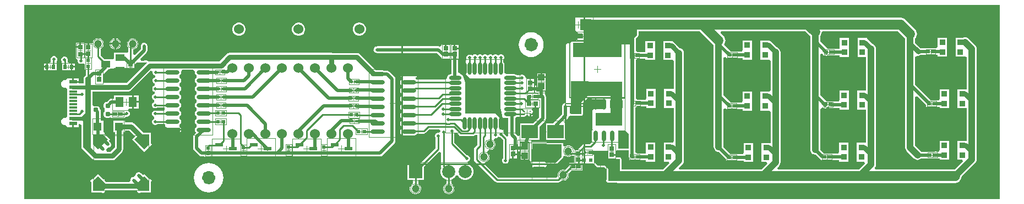
<source format=gtl>
G04*
G04 #@! TF.GenerationSoftware,Altium Limited,CircuitMaker,2.3.0 (2.3.0.3)*
G04*
G04 Layer_Physical_Order=1*
G04 Layer_Color=25308*
%FSLAX24Y24*%
%MOIN*%
G70*
G04*
G04 #@! TF.SameCoordinates,2A175E2D-0061-457C-8FEC-56F43111969E*
G04*
G04*
G04 #@! TF.FilePolarity,Positive*
G04*
G01*
G75*
%ADD11C,0.0039*%
%ADD12C,0.0236*%
%ADD13C,0.0100*%
%ADD14C,0.0050*%
%ADD15C,0.0079*%
%ADD16C,0.0059*%
%ADD18C,0.0020*%
%ADD19C,0.0433*%
%ADD20R,0.0220X0.0220*%
%ADD21R,0.0283X0.0299*%
%ADD22O,0.0236X0.0669*%
%ADD23R,0.0256X0.0236*%
%ADD24O,0.0236X0.0768*%
%ADD25R,0.0236X0.0276*%
%ADD26R,0.0492X0.0118*%
%ADD27R,0.0197X0.0177*%
%ADD28R,0.0492X0.0610*%
%ADD29R,0.0492X0.0197*%
%ADD30O,0.0768X0.0236*%
%ADD31R,0.0236X0.0276*%
%ADD32R,0.0197X0.0236*%
%ADD33R,0.0236X0.0197*%
%ADD34O,0.0866X0.0236*%
%ADD35R,0.0984X0.0787*%
%ADD36R,0.0394X0.0394*%
%ADD37R,0.0709X0.0650*%
%ADD38R,0.0217X0.0197*%
%ADD39R,0.0256X0.0256*%
%ADD40R,0.0177X0.0177*%
%ADD41R,0.0610X0.0354*%
%ADD42R,0.0374X0.0354*%
%ADD43R,0.0669X0.0512*%
%ADD44R,0.0650X0.0709*%
%ADD45R,0.0299X0.0283*%
%ADD46R,0.2953X0.0866*%
%ADD47P,0.0600X4X270.0*%
%ADD48R,0.0600X0.0600*%
%ADD49P,0.0600X4X360.0*%
%ADD50R,0.0600X0.0600*%
%ADD51C,0.0098*%
G04:AMPARAMS|DCode=52|XSize=23.6mil|YSize=29.5mil|CornerRadius=4.7mil|HoleSize=0mil|Usage=FLASHONLY|Rotation=90.000|XOffset=0mil|YOffset=0mil|HoleType=Round|Shape=RoundedRectangle|*
%AMROUNDEDRECTD52*
21,1,0.0236,0.0201,0,0,90.0*
21,1,0.0142,0.0295,0,0,90.0*
1,1,0.0094,0.0100,0.0071*
1,1,0.0094,0.0100,-0.0071*
1,1,0.0094,-0.0100,-0.0071*
1,1,0.0094,-0.0100,0.0071*
%
%ADD52ROUNDEDRECTD52*%
%ADD53R,0.0500X0.0500*%
%ADD54R,0.0551X0.0394*%
%ADD55R,0.0492X0.0236*%
%ADD97C,0.0472*%
%ADD98C,0.0200*%
%ADD99C,0.0300*%
%ADD100C,0.0600*%
%ADD101C,0.0394*%
%ADD102C,0.0246*%
%ADD103C,0.0276*%
%ADD104C,0.0195*%
%ADD105R,0.0787X0.0787*%
%ADD106C,0.0787*%
%ADD107C,0.0600*%
%ADD108C,0.1417*%
G04:AMPARAMS|DCode=109|XSize=39.4mil|YSize=86.6mil|CornerRadius=19.7mil|HoleSize=0mil|Usage=FLASHONLY|Rotation=270.000|XOffset=0mil|YOffset=0mil|HoleType=Round|Shape=RoundedRectangle|*
%AMROUNDEDRECTD109*
21,1,0.0394,0.0472,0,0,270.0*
21,1,0.0000,0.0866,0,0,270.0*
1,1,0.0394,-0.0236,0.0000*
1,1,0.0394,-0.0236,0.0000*
1,1,0.0394,0.0236,0.0000*
1,1,0.0394,0.0236,0.0000*
%
%ADD109ROUNDEDRECTD109*%
G04:AMPARAMS|DCode=110|XSize=39.4mil|YSize=78.7mil|CornerRadius=19.7mil|HoleSize=0mil|Usage=FLASHONLY|Rotation=270.000|XOffset=0mil|YOffset=0mil|HoleType=Round|Shape=RoundedRectangle|*
%AMROUNDEDRECTD110*
21,1,0.0394,0.0394,0,0,270.0*
21,1,0.0000,0.0787,0,0,270.0*
1,1,0.0394,-0.0197,0.0000*
1,1,0.0394,-0.0197,0.0000*
1,1,0.0394,0.0197,0.0000*
1,1,0.0394,0.0197,0.0000*
%
%ADD110ROUNDEDRECTD110*%
%ADD111C,0.0700*%
%ADD112C,0.0236*%
G36*
X59066Y5D02*
X16D01*
Y11825D01*
X59066D01*
Y5D01*
D02*
G37*
%LPC*%
G36*
X33593Y11069D02*
X33477Y11068D01*
Y11068D01*
X33477Y11068D01*
X33384D01*
Y10245D01*
X33561Y10069D01*
X33822D01*
Y9781D01*
X33462D01*
Y9683D01*
X33370Y9619D01*
X33129D01*
Y9578D01*
X33051Y9481D01*
X32902D01*
X32863Y9473D01*
X32830Y9451D01*
X32807Y9418D01*
X32800Y9379D01*
Y5866D01*
X32783Y5853D01*
X32751Y5846D01*
X32744D01*
X32738Y5843D01*
X32705Y5837D01*
X32678Y5819D01*
X32672Y5816D01*
X32667Y5811D01*
X32639Y5793D01*
X32621Y5765D01*
X32616Y5760D01*
X32614Y5754D01*
X32595Y5727D01*
X32589Y5694D01*
X32586Y5688D01*
Y5681D01*
X32580Y5649D01*
Y5167D01*
X32048Y4635D01*
X32029Y4607D01*
X31593D01*
Y3619D01*
X32778D01*
Y4607D01*
X32750D01*
X32705Y4716D01*
X32928Y4939D01*
X32972Y5005D01*
X32977Y5031D01*
X33097Y5082D01*
X33706Y5080D01*
X33733Y5080D01*
X33733Y5080D01*
X33733Y5080D01*
X33820Y5089D01*
X33835Y5182D01*
X33835Y5182D01*
X33835Y5182D01*
Y5880D01*
X34146Y6191D01*
X34320D01*
X34385Y6092D01*
X34386Y6084D01*
X35203D01*
Y5491D01*
X35175Y5468D01*
X34466Y5475D01*
X34425Y5429D01*
X34426Y5428D01*
X34423Y5426D01*
X34401Y5393D01*
X34393Y5354D01*
Y4320D01*
X34401Y4281D01*
X34423Y4248D01*
X34424Y4247D01*
X34437Y4227D01*
X34389Y4155D01*
X34372Y4070D01*
Y3637D01*
X34389Y3552D01*
X34408Y3523D01*
X34242Y3358D01*
X33912D01*
X33854Y3346D01*
X33804Y3313D01*
X33511Y3020D01*
X33318D01*
X33240Y3106D01*
X33225Y3131D01*
X33162Y3194D01*
X33086Y3238D01*
X33000Y3261D01*
X32911D01*
X32826Y3238D01*
X32749Y3194D01*
X32634Y3246D01*
Y3355D01*
X32631Y3374D01*
X32627Y3393D01*
X32627Y3393D01*
X32627Y3394D01*
X32616Y3410D01*
X32605Y3426D01*
X32605Y3426D01*
X32605Y3427D01*
X32588Y3437D01*
X32572Y3448D01*
X32572Y3448D01*
X32571Y3449D01*
X32553Y3453D01*
X32534Y3457D01*
X30776Y3475D01*
X30775Y3475D01*
X30775Y3475D01*
X30756Y3471D01*
X30739Y3468D01*
X30716Y3491D01*
X30696Y3515D01*
X30744Y3619D01*
X31203D01*
Y4417D01*
X31535Y4749D01*
X31579Y4815D01*
X31594Y4893D01*
X31594Y4893D01*
Y6221D01*
X31579Y6299D01*
X31535Y6365D01*
X31523Y6377D01*
Y6565D01*
X31616D01*
Y7159D01*
X31614D01*
Y7364D01*
X31319D01*
X31024D01*
Y7159D01*
X31022D01*
Y6917D01*
X30881D01*
Y6963D01*
X30879D01*
Y7042D01*
X30639D01*
Y7091D01*
X30590D01*
Y7339D01*
X30456D01*
X30398Y7341D01*
X30342Y7434D01*
X30317Y7494D01*
X30261Y7550D01*
X30188Y7580D01*
X30110D01*
X30037Y7550D01*
X30023Y7535D01*
X29841D01*
X29773Y7580D01*
X29688Y7597D01*
X29190D01*
X29127Y7640D01*
X29084Y7703D01*
Y8201D01*
X29067Y8287D01*
X29019Y8359D01*
X29014Y8362D01*
Y8488D01*
X29031Y8504D01*
X29061Y8577D01*
Y8655D01*
X29031Y8728D01*
X28976Y8783D01*
X28903Y8813D01*
X28824D01*
X28752Y8783D01*
X28701Y8732D01*
X28655Y8778D01*
X28582Y8809D01*
X28504D01*
X28431Y8778D01*
X28388Y8735D01*
X28343Y8780D01*
X28270Y8810D01*
X28192D01*
X28119Y8780D01*
X28076Y8738D01*
X28023Y8791D01*
X27950Y8821D01*
X27872D01*
X27799Y8791D01*
X27755Y8747D01*
X27719Y8783D01*
X27646Y8813D01*
X27568D01*
X27495Y8783D01*
X27446Y8734D01*
X27408Y8772D01*
X27335Y8802D01*
X27256D01*
X27184Y8772D01*
X27136Y8724D01*
X27098Y8762D01*
X27025Y8792D01*
X26946D01*
X26874Y8762D01*
X26818Y8707D01*
X26788Y8634D01*
Y8556D01*
X26811Y8501D01*
X26766Y8437D01*
X26762Y8434D01*
X26749Y8428D01*
X26736Y7571D01*
X26992Y7335D01*
X28843Y7338D01*
X28840Y7335D01*
Y5534D01*
X28867Y5446D01*
X28959Y4954D01*
X29176Y4939D01*
X29188Y4948D01*
X29322D01*
Y3917D01*
X29332Y3869D01*
X29231Y3803D01*
X29056Y3977D01*
Y3998D01*
X29026Y4070D01*
X29018Y4187D01*
X29036Y4215D01*
X28770Y4237D01*
X28770Y4968D01*
X28535Y5213D01*
X26722D01*
X26711Y5203D01*
X26700Y5213D01*
Y7099D01*
X26698Y7096D01*
X26558Y7516D01*
X26331Y7664D01*
X26330Y7667D01*
X26270Y7699D01*
Y8546D01*
X26307D01*
Y9046D01*
X26306D01*
Y9125D01*
X26066D01*
Y9174D01*
X26017D01*
Y9422D01*
X25826D01*
Y9422D01*
X25766Y9423D01*
Y9423D01*
X25708Y9423D01*
X25575D01*
Y9175D01*
X25477D01*
Y9423D01*
X25286D01*
Y9334D01*
X25167Y9271D01*
X25156Y9279D01*
X25078Y9294D01*
X21360D01*
X21328Y9288D01*
X21321D01*
X21315Y9285D01*
X21282Y9279D01*
X21255Y9261D01*
X21248Y9258D01*
X21244Y9253D01*
X21216Y9235D01*
X21198Y9207D01*
X21193Y9202D01*
X21190Y9196D01*
X21172Y9169D01*
X21165Y9136D01*
X21163Y9130D01*
Y9123D01*
X21156Y9091D01*
X21163Y9058D01*
Y9051D01*
X21165Y9045D01*
X21172Y9013D01*
X21190Y8985D01*
X21193Y8979D01*
X21198Y8974D01*
X21216Y8946D01*
X21244Y8928D01*
X21248Y8923D01*
X21255Y8921D01*
X21282Y8902D01*
X21315Y8896D01*
X21321Y8893D01*
X21328D01*
X21360Y8887D01*
X24993D01*
X25227Y8653D01*
X25284Y8615D01*
Y8547D01*
X25767D01*
X25862Y8490D01*
Y7597D01*
X25830D01*
X25745Y7580D01*
X25673Y7532D01*
X25625Y7460D01*
X25608Y7375D01*
X25513Y7260D01*
X23772D01*
X23768Y7265D01*
X23726Y7293D01*
X23719Y7317D01*
X23719Y7400D01*
X23726Y7425D01*
X23767Y7452D01*
X23788Y7483D01*
X22804D01*
X22825Y7452D01*
X22866Y7425D01*
X22872Y7400D01*
X22872Y7317D01*
X22866Y7293D01*
X22824Y7265D01*
X22775Y7193D01*
X22758Y7108D01*
X22775Y7023D01*
X22824Y6951D01*
X22864Y6924D01*
X22870Y6903D01*
Y6813D01*
X22864Y6792D01*
X22824Y6765D01*
X22775Y6693D01*
X22758Y6608D01*
X22775Y6523D01*
X22824Y6451D01*
X22864Y6424D01*
X22870Y6403D01*
Y6313D01*
X22864Y6292D01*
X22824Y6265D01*
X22775Y6193D01*
X22758Y6108D01*
X22775Y6023D01*
X22824Y5951D01*
X22864Y5924D01*
X22870Y5903D01*
Y5813D01*
X22864Y5792D01*
X22824Y5765D01*
X22775Y5693D01*
X22758Y5608D01*
X22775Y5523D01*
X22824Y5451D01*
X22864Y5424D01*
X22870Y5403D01*
Y5313D01*
X22864Y5292D01*
X22824Y5265D01*
X22775Y5193D01*
X22758Y5108D01*
X22775Y5023D01*
X22824Y4951D01*
X22864Y4924D01*
X22870Y4903D01*
Y4813D01*
X22864Y4792D01*
X22824Y4765D01*
X22775Y4693D01*
X22758Y4608D01*
X22775Y4523D01*
X22824Y4451D01*
X22864Y4424D01*
X22870Y4403D01*
Y4313D01*
X22864Y4292D01*
X22824Y4265D01*
X22775Y4193D01*
X22758Y4108D01*
X22775Y4023D01*
X22824Y3951D01*
X22896Y3903D01*
X22981Y3886D01*
X23611D01*
X23696Y3903D01*
X23768Y3951D01*
X23789Y3982D01*
X24196D01*
X24254Y3994D01*
X24304Y4027D01*
X24536Y4258D01*
X25125D01*
X25198Y4140D01*
X25193Y4130D01*
X25108Y4045D01*
X25084Y4044D01*
X25028D01*
X24955Y4014D01*
X24900Y3958D01*
X24869Y3886D01*
Y3807D01*
X24900Y3735D01*
X24914Y3720D01*
Y3103D01*
X23983Y2172D01*
X23212D01*
Y1184D01*
X23552D01*
Y957D01*
X23486Y918D01*
X23423Y856D01*
X23379Y779D01*
X23356Y694D01*
Y605D01*
X23379Y520D01*
X23423Y443D01*
X23486Y380D01*
X23563Y336D01*
X23648Y313D01*
X23737D01*
X23822Y336D01*
X23899Y380D01*
X23961Y443D01*
X24006Y520D01*
X24029Y605D01*
Y694D01*
X24006Y779D01*
X23961Y856D01*
X23899Y918D01*
X23858Y942D01*
Y1184D01*
X24199D01*
Y1955D01*
X25121Y2878D01*
X25239Y2829D01*
X25240Y1990D01*
X25246Y1961D01*
X25252Y1932D01*
X25252Y1931D01*
X25252Y1931D01*
X25268Y1908D01*
X25245Y1869D01*
X25212Y1743D01*
Y1613D01*
X25245Y1487D01*
X25310Y1375D01*
X25402Y1283D01*
X25515Y1218D01*
X25567Y1204D01*
Y940D01*
X25514Y909D01*
X25451Y846D01*
X25407Y769D01*
X25384Y684D01*
Y595D01*
X25407Y510D01*
X25451Y433D01*
X25514Y371D01*
X25590Y326D01*
X25676Y303D01*
X25764D01*
X25850Y326D01*
X25926Y371D01*
X25989Y433D01*
X26033Y510D01*
X26056Y595D01*
Y684D01*
X26033Y769D01*
X25989Y846D01*
X25926Y909D01*
X25873Y940D01*
Y1212D01*
X25896Y1218D01*
X26008Y1283D01*
X26100Y1375D01*
X26140Y1445D01*
X26141Y1445D01*
X26269D01*
X26270Y1445D01*
X26310Y1375D01*
X26402Y1283D01*
X26515Y1218D01*
X26640Y1184D01*
X26770D01*
X26896Y1218D01*
X27008Y1283D01*
X27100Y1375D01*
X27165Y1487D01*
X27199Y1613D01*
Y1743D01*
X27165Y1869D01*
X27100Y1981D01*
X27008Y2073D01*
X26896Y2138D01*
X26862Y2147D01*
X26843Y2263D01*
X26846Y2274D01*
X26912Y2301D01*
X26968Y2357D01*
X26998Y2429D01*
Y2508D01*
X26968Y2580D01*
X26912Y2636D01*
X26840Y2666D01*
X26819D01*
X26045Y3440D01*
Y4002D01*
X26059Y4016D01*
X26192Y4028D01*
X26331Y3888D01*
X26381Y3855D01*
X26439Y3843D01*
X27162D01*
X27221Y3855D01*
X27270Y3888D01*
X27331Y3948D01*
X27449Y3900D01*
Y3313D01*
X27288Y3152D01*
X27254Y3102D01*
X27243Y3044D01*
Y2395D01*
X27254Y2336D01*
X27288Y2287D01*
X28515Y1060D01*
X28564Y1027D01*
X28623Y1015D01*
X32349D01*
X32407Y1027D01*
X32457Y1060D01*
X32542Y1145D01*
X32601Y1129D01*
X32690D01*
X32776Y1152D01*
X32852Y1196D01*
X32915Y1258D01*
X32959Y1335D01*
X32982Y1421D01*
Y1509D01*
X32966Y1569D01*
X33154Y1757D01*
X33791D01*
Y2176D01*
X34106D01*
Y2175D01*
X34473D01*
X34676Y1972D01*
X34709Y1950D01*
X34748Y1942D01*
X35128D01*
X35248Y1823D01*
X35241Y1807D01*
X35241Y1121D01*
X35250Y1116D01*
X35291Y1058D01*
X35299Y1046D01*
X35313Y1025D01*
X35346Y1003D01*
X35385Y995D01*
X35922D01*
X35947Y992D01*
X56367D01*
X56471Y1006D01*
X56568Y1046D01*
X56652Y1110D01*
X56716Y1194D01*
X56756Y1291D01*
X56767Y1373D01*
X57587Y2193D01*
X57635Y2255D01*
X57665Y2327D01*
X57675Y2405D01*
Y2895D01*
Y6015D01*
Y9145D01*
X57665Y9222D01*
X57635Y9295D01*
X57587Y9357D01*
X57182Y9762D01*
X57120Y9809D01*
X57048Y9839D01*
X56970Y9850D01*
X56893Y9839D01*
X56840Y9817D01*
X56390D01*
Y9345D01*
X56390Y9263D01*
X56390D01*
Y9227D01*
X56390D01*
Y8672D01*
X56964D01*
Y8672D01*
X57076Y8658D01*
Y6687D01*
X56510D01*
Y6215D01*
X56510Y6133D01*
X56510D01*
Y6097D01*
X56510D01*
Y5542D01*
X57076D01*
Y3547D01*
X56510D01*
Y3075D01*
X56510Y2993D01*
X56510D01*
Y2957D01*
X56510D01*
Y2402D01*
X56796D01*
X56841Y2293D01*
X56347Y1799D01*
X51538D01*
X51507Y1873D01*
X51501Y1917D01*
X51545Y1975D01*
X51557Y2005D01*
X51575Y2047D01*
X51585Y2125D01*
Y2755D01*
Y5935D01*
Y9145D01*
X51575Y9222D01*
X51545Y9295D01*
X51497Y9357D01*
X51435Y9404D01*
X51363Y9434D01*
X51356Y9435D01*
X51091Y9700D01*
X51034Y9738D01*
Y9797D01*
X50460D01*
Y9325D01*
X50460Y9243D01*
X50460D01*
Y9207D01*
X50460D01*
Y8652D01*
X50986D01*
Y6597D01*
X50440D01*
Y6125D01*
X50440Y6043D01*
X50440D01*
Y6007D01*
X50440D01*
Y5452D01*
X50986D01*
Y3432D01*
X50421D01*
Y2960D01*
X50421Y2878D01*
X50421D01*
Y2842D01*
X50421D01*
Y2287D01*
X50858D01*
X50906Y2169D01*
X50537Y1799D01*
X45638D01*
X45592Y1908D01*
X45707Y2023D01*
X45755Y2085D01*
X45785Y2157D01*
X45795Y2235D01*
Y2735D01*
Y5845D01*
Y8945D01*
X45785Y9022D01*
X45755Y9095D01*
X45707Y9157D01*
X45645Y9204D01*
X45573Y9234D01*
X45566Y9235D01*
X45261Y9540D01*
X45178Y9596D01*
X45154Y9600D01*
Y9637D01*
X44580D01*
Y9165D01*
X44580Y9083D01*
X44580D01*
Y9047D01*
X44580D01*
Y8492D01*
X45154D01*
X45196Y8392D01*
Y6638D01*
X45154Y6537D01*
X44580D01*
Y6065D01*
X44580Y5983D01*
X44580D01*
Y5947D01*
X44580D01*
Y5392D01*
X45154D01*
X45196Y5292D01*
Y3412D01*
X44641D01*
Y2940D01*
X44641Y2858D01*
X44641D01*
Y2822D01*
X44641D01*
Y2267D01*
X44950D01*
X44995Y2158D01*
X44637Y1799D01*
X39688D01*
X39643Y1908D01*
X39857Y2123D01*
X39905Y2185D01*
X39935Y2257D01*
X39945Y2335D01*
Y2745D01*
Y5975D01*
Y8885D01*
X39935Y8962D01*
X39905Y9035D01*
X39857Y9097D01*
X39795Y9144D01*
X39723Y9174D01*
X39716Y9175D01*
X39381Y9510D01*
X39298Y9566D01*
X39274Y9570D01*
Y9607D01*
X38700D01*
Y9135D01*
X38700Y9053D01*
X38700D01*
Y9017D01*
X38700D01*
Y8462D01*
X39274D01*
X39346Y8374D01*
Y6806D01*
X39324Y6697D01*
X38750D01*
Y6225D01*
X38750Y6143D01*
X38750D01*
Y6107D01*
X38750D01*
Y5552D01*
X39324D01*
X39346Y5444D01*
Y3538D01*
X39304Y3437D01*
X38730D01*
Y2965D01*
X38730Y2883D01*
X38730D01*
Y2847D01*
X38730D01*
Y2292D01*
X39026D01*
X39071Y2183D01*
X38687Y1799D01*
X36160D01*
Y2451D01*
X36152Y2490D01*
X36130Y2523D01*
X36097Y2545D01*
X36058Y2553D01*
X35816D01*
Y2656D01*
X35576D01*
Y2754D01*
X35816D01*
Y2833D01*
X35817D01*
Y2943D01*
X35832Y2956D01*
X35936Y2996D01*
X35937Y2994D01*
X35976Y2987D01*
X36601D01*
X36612Y2978D01*
Y2575D01*
X36627Y2497D01*
X36627Y2497D01*
Y2371D01*
X36815D01*
X36816Y2371D01*
X36817Y2371D01*
X37103D01*
X37131Y2366D01*
X37647D01*
Y2292D01*
X38221D01*
Y2765D01*
X38221Y2847D01*
X38221Y2965D01*
Y3437D01*
X37647D01*
Y2965D01*
X37647Y2883D01*
X37627Y2774D01*
X37131D01*
X37020Y2843D01*
Y5582D01*
X37138Y5628D01*
X37149Y5626D01*
X37667D01*
Y5552D01*
X38241D01*
Y6025D01*
X38241Y6107D01*
X38241Y6225D01*
Y6697D01*
X37667D01*
Y6225D01*
X37667Y6143D01*
X37647Y6034D01*
X37149D01*
X37036Y6102D01*
Y8474D01*
X37138Y8536D01*
X37617D01*
Y8462D01*
X38191D01*
Y8935D01*
X38191Y9017D01*
X38191Y9135D01*
Y9607D01*
X37617D01*
Y9135D01*
X37617Y9053D01*
X37597Y8944D01*
X37138D01*
X37051Y9040D01*
Y9792D01*
X37170Y9922D01*
X37180Y9937D01*
X37190Y9952D01*
X37190Y9954D01*
X37191Y9956D01*
X37194Y9974D01*
X37197Y9991D01*
Y10221D01*
X40919D01*
X41756Y9384D01*
Y6325D01*
Y3177D01*
X41767Y3100D01*
X41796Y3028D01*
X41844Y2966D01*
X41906Y2918D01*
X41978Y2888D01*
X42056Y2878D01*
X42065Y2879D01*
X42493Y2452D01*
Y2346D01*
X42663D01*
X42688Y2341D01*
X42713Y2346D01*
X42969D01*
X42996Y2340D01*
X43559D01*
Y2267D01*
X44133D01*
Y2740D01*
X44133Y2822D01*
X44133Y2940D01*
Y3412D01*
X43559D01*
Y2940D01*
X43559Y2858D01*
X43538Y2748D01*
X42996D01*
X42969Y2743D01*
X42779D01*
X42354Y3168D01*
X42355Y3177D01*
Y5467D01*
X42473Y5530D01*
X42497Y5514D01*
Y5476D01*
X42678D01*
X42706Y5471D01*
X42733Y5476D01*
X42965D01*
X43019Y5466D01*
X43497D01*
Y5392D01*
X44071D01*
Y5865D01*
X44071Y5947D01*
X44071Y6065D01*
Y6537D01*
X43497D01*
Y6065D01*
X43497Y5983D01*
X43477Y5874D01*
X43019D01*
X43018Y5873D01*
X42796D01*
X42355Y6314D01*
Y8597D01*
X42473Y8656D01*
X42515Y8625D01*
Y8571D01*
X42705D01*
X42706Y8571D01*
X42707Y8571D01*
X42991D01*
X43019Y8566D01*
X43497D01*
Y8492D01*
X44071D01*
Y8965D01*
X44071Y9047D01*
X44071Y9165D01*
Y9637D01*
X43497D01*
Y9165D01*
X43497Y9083D01*
X43477Y8974D01*
X43019D01*
X42991Y8968D01*
X42801D01*
X42366Y9403D01*
X42405Y9453D01*
X42445Y9550D01*
X42459Y9655D01*
X42445Y9759D01*
X42405Y9857D01*
X42341Y9940D01*
X42169Y10112D01*
X42214Y10221D01*
X47269D01*
X47596Y9894D01*
Y9607D01*
Y6337D01*
Y3015D01*
X47607Y2937D01*
X47636Y2865D01*
X47684Y2803D01*
X47746Y2756D01*
X47818Y2726D01*
X47896Y2716D01*
X47905Y2717D01*
X48192Y2431D01*
X48250Y2392D01*
X48250Y2376D01*
X48336Y2371D01*
X48363Y2376D01*
X48368Y2377D01*
X48705D01*
X48706Y2376D01*
X48784Y2360D01*
X49339D01*
Y2287D01*
X49913D01*
Y2760D01*
X49913Y2842D01*
X49913Y2960D01*
Y3432D01*
X49339D01*
Y2960D01*
X49339Y2878D01*
X49318Y2768D01*
X48962D01*
Y2773D01*
X48426D01*
X48194Y3005D01*
X48195Y3015D01*
Y5486D01*
X48313Y5569D01*
X48335Y5561D01*
D01*
X48397Y5545D01*
X48430Y5537D01*
X48442Y5534D01*
X48508Y5521D01*
X48586Y5537D01*
X48623Y5561D01*
X48740D01*
X48770Y5541D01*
X48848Y5526D01*
X49357D01*
Y5452D01*
X49931D01*
Y5925D01*
X49931Y6007D01*
X49931Y6125D01*
Y6597D01*
X49357D01*
Y6125D01*
X49357Y6043D01*
X49337Y5934D01*
X49046D01*
Y5958D01*
X48563D01*
X48195Y6326D01*
Y8823D01*
X48310Y8874D01*
X48372Y8824D01*
Y8756D01*
X48470D01*
X48500Y8737D01*
X48578Y8721D01*
X48656Y8737D01*
X48686Y8756D01*
X48800D01*
X48823Y8741D01*
X48901Y8726D01*
X49377D01*
Y8652D01*
X49951D01*
Y9125D01*
X49951Y9207D01*
X49951Y9325D01*
Y9797D01*
X49377D01*
Y9325D01*
X49377Y9243D01*
X49357Y9134D01*
X49084D01*
Y9153D01*
X48638D01*
X48195Y9596D01*
Y9898D01*
X48245Y9963D01*
X48285Y10060D01*
X48299Y10165D01*
X48349Y10221D01*
X52919D01*
X53356Y9784D01*
Y9432D01*
Y6965D01*
Y3128D01*
X53367Y3050D01*
X53396Y2978D01*
X53444Y2916D01*
X53887Y2473D01*
X53949Y2426D01*
X54021Y2396D01*
X54099Y2386D01*
X54176Y2396D01*
X54248Y2426D01*
X54310Y2473D01*
X54316Y2481D01*
X54848D01*
X54876Y2486D01*
X55139D01*
X55142Y2486D01*
X55427Y2481D01*
Y2402D01*
X56001D01*
Y2875D01*
X56001Y2957D01*
X56001Y3075D01*
Y3547D01*
X55427D01*
Y3075D01*
X55427Y3007D01*
X55407Y2936D01*
X55359Y2890D01*
X55149Y2894D01*
X55093Y2883D01*
X54876D01*
X54848Y2889D01*
X54316D01*
X54310Y2897D01*
X53955Y3252D01*
Y6223D01*
X54064Y6268D01*
X54597Y5735D01*
Y5616D01*
X54778D01*
X54806Y5611D01*
X54833Y5616D01*
X55097D01*
X55101Y5616D01*
X55427D01*
Y5542D01*
X56001D01*
Y6015D01*
X56001Y6097D01*
X56001Y6215D01*
Y6687D01*
X55427D01*
Y6215D01*
X55427Y6133D01*
X55407Y6024D01*
X55101D01*
X55050Y6013D01*
X54896D01*
X53955Y6954D01*
Y8645D01*
X54073Y8720D01*
X54123Y8710D01*
X54220Y8729D01*
X54268Y8761D01*
X54746D01*
X54773Y8766D01*
X55013D01*
X55041Y8761D01*
X55307D01*
Y8672D01*
X55881D01*
Y9145D01*
X55881Y9227D01*
X55881Y9345D01*
Y9817D01*
X55307D01*
Y9345D01*
X55307Y9263D01*
X55250Y9169D01*
X55041D01*
X55013Y9163D01*
X54773D01*
X54746Y9169D01*
X54279D01*
X53955Y9493D01*
Y9788D01*
X54005Y9853D01*
X54045Y9951D01*
X54059Y10055D01*
X54045Y10159D01*
X54005Y10257D01*
X53941Y10340D01*
X53371Y10910D01*
X53287Y10974D01*
X53190Y11015D01*
X53086Y11028D01*
X53086Y11028D01*
X47436D01*
X47436Y11028D01*
X47436Y11028D01*
X41086D01*
X41086Y11028D01*
X41086Y11028D01*
X34443D01*
Y11069D01*
X33594D01*
X33593Y11069D01*
D02*
G37*
G36*
X20348Y10745D02*
X20243D01*
X20141Y10718D01*
X20050Y10665D01*
X19976Y10591D01*
X19923Y10499D01*
X19896Y10398D01*
Y10292D01*
X19923Y10191D01*
X19976Y10099D01*
X20050Y10025D01*
X20141Y9972D01*
X20243Y9945D01*
X20348D01*
X20450Y9972D01*
X20541Y10025D01*
X20616Y10099D01*
X20668Y10191D01*
X20696Y10292D01*
Y10398D01*
X20668Y10499D01*
X20616Y10591D01*
X20541Y10665D01*
X20450Y10718D01*
X20348Y10745D01*
D02*
G37*
G36*
X16668Y10735D02*
X16563D01*
X16461Y10708D01*
X16370Y10655D01*
X16296Y10581D01*
X16243Y10489D01*
X16216Y10388D01*
Y10282D01*
X16243Y10181D01*
X16296Y10089D01*
X16370Y10015D01*
X16461Y9962D01*
X16563Y9935D01*
X16668D01*
X16770Y9962D01*
X16861Y10015D01*
X16936Y10089D01*
X16988Y10181D01*
X17016Y10282D01*
Y10388D01*
X16988Y10489D01*
X16936Y10581D01*
X16861Y10655D01*
X16770Y10708D01*
X16668Y10735D01*
D02*
G37*
G36*
X13058D02*
X12953D01*
X12851Y10708D01*
X12760Y10655D01*
X12686Y10581D01*
X12633Y10489D01*
X12606Y10388D01*
Y10282D01*
X12633Y10181D01*
X12686Y10089D01*
X12760Y10015D01*
X12851Y9962D01*
X12953Y9935D01*
X13058D01*
X13160Y9962D01*
X13251Y10015D01*
X13326Y10089D01*
X13378Y10181D01*
X13406Y10282D01*
Y10388D01*
X13378Y10489D01*
X13326Y10581D01*
X13251Y10655D01*
X13160Y10708D01*
X13058Y10735D01*
D02*
G37*
G36*
X5572Y9782D02*
Y9498D01*
X5856D01*
X5834Y9578D01*
X5790Y9654D01*
X5728Y9717D01*
X5652Y9761D01*
X5572Y9782D01*
D02*
G37*
G36*
X5473D02*
X5393Y9761D01*
X5317Y9717D01*
X5255Y9654D01*
X5211Y9578D01*
X5189Y9498D01*
X5473D01*
Y9782D01*
D02*
G37*
G36*
X4529Y9790D02*
X4440D01*
X4354Y9767D01*
X4278Y9723D01*
X4215Y9660D01*
X4171Y9584D01*
X4164Y9558D01*
X4112Y9461D01*
X4045Y9461D01*
X3935D01*
Y9235D01*
X3837D01*
Y9461D01*
X3659D01*
X3636Y9503D01*
X3445D01*
Y9255D01*
X3396D01*
Y9206D01*
X3156D01*
Y9065D01*
X3154D01*
Y8565D01*
X3154D01*
X3228Y8464D01*
Y8386D01*
X3258Y8313D01*
X3314Y8258D01*
X3386Y8227D01*
X3465D01*
X3538Y8258D01*
X3550Y8269D01*
X3622Y8252D01*
X3668Y8221D01*
Y7891D01*
X3733D01*
Y7518D01*
X3723Y7512D01*
X3643Y7432D01*
X3621Y7399D01*
X3613Y7360D01*
Y7035D01*
X3311D01*
Y7078D01*
X2966D01*
Y7128D01*
X2917D01*
Y7344D01*
X2622D01*
Y7319D01*
X2509Y7237D01*
X2418D01*
X2335Y7203D01*
X2270Y7139D01*
X2236Y7055D01*
Y6964D01*
X2270Y6880D01*
X2335Y6816D01*
X2418Y6781D01*
X2509D01*
X2620Y6700D01*
Y6201D01*
Y5807D01*
Y5413D01*
Y5036D01*
X2586Y4999D01*
X2509Y4954D01*
X2418D01*
X2335Y4919D01*
X2270Y4855D01*
X2236Y4771D01*
Y4681D01*
X2270Y4597D01*
X2335Y4533D01*
X2418Y4498D01*
X2509D01*
X2622Y4417D01*
Y4391D01*
X2917D01*
Y4608D01*
X3015D01*
Y4391D01*
X3311D01*
Y4578D01*
X3346Y4592D01*
X3463Y4512D01*
X3459Y3176D01*
X3459Y3176D01*
X3459Y3176D01*
X3463Y3156D01*
X3467Y3137D01*
X3467Y3137D01*
X3467Y3137D01*
X3478Y3120D01*
X3489Y3104D01*
X3489Y3104D01*
X3489Y3104D01*
X3683Y2910D01*
X3696Y2891D01*
X4141Y2446D01*
X4223Y2390D01*
X4321Y2371D01*
X5343D01*
X5441Y2390D01*
X5524Y2446D01*
X5565Y2508D01*
X5931Y2873D01*
X5986Y2956D01*
X6005Y3054D01*
Y4075D01*
X6100D01*
Y4170D01*
X6368D01*
X6726Y3812D01*
X6541Y3627D01*
X6869Y3299D01*
X6869Y3296D01*
X6882Y3277D01*
Y3227D01*
X6932D01*
X6952Y3214D01*
X6955Y3213D01*
X7282Y2886D01*
X7580Y3183D01*
X7680Y3227D01*
X7680D01*
Y3227D01*
X7682D01*
X7724Y3327D01*
X7722Y3329D01*
X7722D01*
X7722Y3329D01*
X7682Y3430D01*
Y4027D01*
X7232D01*
X6654Y4605D01*
X6571Y4660D01*
X6474Y4680D01*
X6100D01*
Y4775D01*
X5400D01*
Y4075D01*
X5496D01*
Y3159D01*
X5217Y2881D01*
X5038D01*
X5012Y2907D01*
X4959Y2999D01*
X4959Y2999D01*
X4962Y3005D01*
Y3012D01*
X4965Y3026D01*
X4980Y3056D01*
X5051Y3120D01*
X5067Y3126D01*
X5099Y3132D01*
X5106D01*
X5112Y3135D01*
X5145Y3142D01*
X5172Y3160D01*
X5178Y3163D01*
X5183Y3167D01*
X5211Y3186D01*
X5229Y3213D01*
X5234Y3218D01*
X5237Y3224D01*
X5255Y3252D01*
X5262Y3284D01*
X5264Y3291D01*
Y3297D01*
X5271Y3330D01*
X5264Y3362D01*
Y3369D01*
X5262Y3375D01*
X5255Y3408D01*
X5237Y3436D01*
X5234Y3442D01*
X5229Y3447D01*
X5211Y3474D01*
X5129Y3556D01*
X5200Y3627D01*
X4902Y3925D01*
X4859Y4025D01*
X4859Y4027D01*
X4859Y4027D01*
X4856Y4029D01*
X4800Y4119D01*
Y4169D01*
Y4775D01*
X4654D01*
Y5321D01*
X4639Y5399D01*
X4595Y5465D01*
X4587Y5473D01*
Y5506D01*
X4575Y5563D01*
X4543Y5612D01*
X4494Y5644D01*
X4437Y5656D01*
X4236D01*
X4143Y5752D01*
Y6558D01*
X6303D01*
X6401Y6577D01*
X6484Y6632D01*
X7675Y7824D01*
X7766Y7771D01*
X7778Y7760D01*
Y7686D01*
X7808Y7613D01*
X7864Y7558D01*
X7912Y7538D01*
X7921Y7534D01*
X7924Y7513D01*
X7924D01*
X7927Y7491D01*
Y7459D01*
X7921Y7416D01*
X7912Y7412D01*
X7864Y7392D01*
X7808Y7337D01*
X7778Y7264D01*
Y7186D01*
X7808Y7113D01*
X7864Y7058D01*
X7906Y7040D01*
X7911Y7038D01*
X7915Y6962D01*
X7907Y6918D01*
X7844Y6892D01*
X7788Y6837D01*
X7758Y6764D01*
Y6686D01*
X7788Y6613D01*
X7844Y6558D01*
X7898Y6535D01*
X7903Y6418D01*
X7898Y6413D01*
X7898Y6413D01*
X7898Y6413D01*
X7898Y6413D01*
X7877Y6404D01*
X7824Y6382D01*
X7768Y6327D01*
X7738Y6254D01*
Y6176D01*
X7768Y6103D01*
X7824Y6048D01*
X7863Y6031D01*
Y5908D01*
X7824Y5892D01*
X7768Y5837D01*
X7738Y5764D01*
Y5686D01*
X7768Y5613D01*
X7824Y5558D01*
X7896Y5527D01*
X7975D01*
X8048Y5558D01*
X8052Y5562D01*
X8504D01*
X8510Y5547D01*
X8520Y5432D01*
X8458Y5368D01*
X8034D01*
X7975Y5392D01*
X7896D01*
X7824Y5362D01*
X7768Y5307D01*
X7738Y5234D01*
Y5156D01*
X7768Y5083D01*
X7824Y5028D01*
X7863Y5011D01*
Y4888D01*
X7824Y4872D01*
X7768Y4817D01*
X7738Y4744D01*
Y4666D01*
X7768Y4593D01*
X7824Y4538D01*
X7896Y4507D01*
X7975D01*
X8048Y4538D01*
X8072Y4562D01*
X8509D01*
X8547Y4537D01*
X8553Y4514D01*
X8553Y4430D01*
X8547Y4406D01*
X8545Y4405D01*
X8682Y4330D01*
X9427D01*
Y4271D01*
X9503D01*
X9496Y4307D01*
X9448Y4378D01*
X9407Y4406D01*
X9400Y4430D01*
X9401Y4514D01*
X9407Y4537D01*
X9449Y4565D01*
X9497Y4637D01*
X9514Y4722D01*
X9497Y4807D01*
X9449Y4880D01*
X9408Y4907D01*
X9402Y4928D01*
Y5017D01*
X9408Y5038D01*
X9449Y5065D01*
X9497Y5137D01*
X9514Y5222D01*
X9497Y5307D01*
X9449Y5380D01*
X9408Y5407D01*
X9402Y5428D01*
Y5517D01*
X9408Y5538D01*
X9449Y5565D01*
X9497Y5637D01*
X9514Y5722D01*
X9497Y5807D01*
X9449Y5880D01*
X9408Y5907D01*
X9402Y5928D01*
Y6017D01*
X9408Y6038D01*
X9449Y6065D01*
X9497Y6137D01*
X9514Y6222D01*
X9497Y6307D01*
X9449Y6380D01*
X9408Y6407D01*
X9402Y6428D01*
Y6517D01*
X9408Y6538D01*
X9449Y6565D01*
X9497Y6637D01*
X9514Y6722D01*
X9497Y6807D01*
X9449Y6880D01*
X9408Y6907D01*
X9402Y6928D01*
Y7017D01*
X9408Y7038D01*
X9449Y7065D01*
X9497Y7137D01*
X9514Y7222D01*
X9497Y7307D01*
X9449Y7380D01*
X9408Y7407D01*
X9402Y7428D01*
Y7517D01*
X9408Y7538D01*
X9449Y7565D01*
X9497Y7637D01*
X9514Y7722D01*
X9508Y7751D01*
X9587Y7869D01*
X10256D01*
X10335Y7751D01*
X10329Y7722D01*
X10346Y7637D01*
X10394Y7565D01*
X10435Y7538D01*
X10441Y7517D01*
Y7428D01*
X10435Y7407D01*
X10394Y7380D01*
X10346Y7307D01*
X10329Y7222D01*
X10346Y7137D01*
X10394Y7065D01*
X10435Y7038D01*
X10441Y7017D01*
Y6928D01*
X10435Y6907D01*
X10394Y6880D01*
X10346Y6807D01*
X10329Y6722D01*
X10346Y6637D01*
X10394Y6565D01*
X10435Y6538D01*
X10441Y6517D01*
Y6428D01*
X10435Y6407D01*
X10394Y6380D01*
X10346Y6307D01*
X10329Y6222D01*
X10346Y6137D01*
X10394Y6065D01*
X10435Y6038D01*
X10441Y6017D01*
Y5928D01*
X10435Y5907D01*
X10394Y5880D01*
X10346Y5807D01*
X10329Y5722D01*
X10346Y5637D01*
X10394Y5565D01*
X10435Y5538D01*
X10441Y5517D01*
Y5428D01*
X10435Y5407D01*
X10394Y5380D01*
X10346Y5307D01*
X10329Y5222D01*
X10346Y5137D01*
X10394Y5065D01*
X10435Y5038D01*
X10441Y5017D01*
Y4928D01*
X10435Y4907D01*
X10394Y4880D01*
X10346Y4807D01*
X10329Y4722D01*
X10346Y4637D01*
X10394Y4565D01*
X10435Y4538D01*
X10441Y4517D01*
Y4428D01*
X10435Y4407D01*
X10394Y4380D01*
X10346Y4307D01*
X10329Y4222D01*
X10346Y4137D01*
X10394Y4065D01*
X10397Y4041D01*
X10295Y3939D01*
X10251Y3873D01*
X10235Y3795D01*
Y3110D01*
X10251Y3032D01*
X10295Y2966D01*
X10598Y2663D01*
X10664Y2619D01*
X10742Y2603D01*
X10920D01*
Y2572D01*
X11356D01*
Y2603D01*
X21553D01*
X21631Y2619D01*
X21697Y2663D01*
X22428Y3394D01*
X22428Y3394D01*
X22472Y3460D01*
X22488Y3538D01*
Y7293D01*
X22472Y7371D01*
X22428Y7437D01*
X22113Y7752D01*
X22047Y7797D01*
X21969Y7812D01*
X21808D01*
X21806Y7814D01*
X21721Y7830D01*
X21310D01*
X20324Y8816D01*
X20241Y8871D01*
X20144Y8891D01*
X18665D01*
X18616Y8901D01*
X12449D01*
X12351Y8881D01*
X12269Y8826D01*
X11822Y8379D01*
X7615D01*
X7537Y8363D01*
X7526Y8380D01*
X7515Y8396D01*
X7515Y8396D01*
X7515Y8396D01*
X7498Y8407D01*
X7482Y8418D01*
X7482Y8418D01*
X7482Y8418D01*
X7462Y8422D01*
X7443Y8426D01*
X7086Y8425D01*
X7041Y8534D01*
X7407Y8900D01*
X7451Y8966D01*
X7467Y9044D01*
Y9314D01*
X7460Y9347D01*
Y9353D01*
X7458Y9359D01*
X7451Y9392D01*
X7433Y9420D01*
X7430Y9426D01*
X7425Y9431D01*
X7407Y9458D01*
X7379Y9477D01*
X7375Y9481D01*
X7368Y9484D01*
X7341Y9502D01*
X7308Y9509D01*
X7302Y9511D01*
X7295D01*
X7263Y9518D01*
X7230Y9511D01*
X7224D01*
X7217Y9509D01*
X7185Y9502D01*
X7157Y9484D01*
X7151Y9481D01*
X7146Y9477D01*
X7119Y9458D01*
X7100Y9431D01*
X7095Y9426D01*
X7093Y9420D01*
X7074Y9392D01*
X7068Y9359D01*
X7065Y9353D01*
Y9347D01*
X7059Y9314D01*
Y9129D01*
X6706Y8776D01*
X6597Y8821D01*
Y9108D01*
X6608D01*
X6694Y9131D01*
X6770Y9175D01*
X6833Y9237D01*
X6877Y9314D01*
X6900Y9400D01*
Y9488D01*
X6877Y9574D01*
X6833Y9650D01*
X6770Y9713D01*
X6694Y9757D01*
X6608Y9780D01*
X6520D01*
X6434Y9757D01*
X6358Y9713D01*
X6295Y9650D01*
X6251Y9574D01*
X6228Y9488D01*
Y9400D01*
X6251Y9314D01*
X6291Y9244D01*
Y8938D01*
X6191Y8895D01*
Y8895D01*
X5439D01*
Y8529D01*
X5324Y8521D01*
Y8521D01*
X4868D01*
X4637Y8752D01*
Y9154D01*
X4691Y9185D01*
X4753Y9247D01*
X4798Y9324D01*
X4820Y9409D01*
Y9498D01*
X4798Y9584D01*
X4753Y9660D01*
X4691Y9723D01*
X4614Y9767D01*
X4529Y9790D01*
D02*
G37*
G36*
X3347Y9503D02*
X3156D01*
Y9304D01*
X3347D01*
Y9503D01*
D02*
G37*
G36*
X26306Y9422D02*
X26115D01*
Y9223D01*
X26306D01*
Y9422D01*
D02*
G37*
G36*
X5856Y9400D02*
X5572D01*
Y9116D01*
X5652Y9137D01*
X5728Y9181D01*
X5790Y9243D01*
X5834Y9320D01*
X5856Y9400D01*
D02*
G37*
G36*
X5473D02*
X5189D01*
X5211Y9320D01*
X5255Y9243D01*
X5317Y9181D01*
X5393Y9137D01*
X5473Y9116D01*
Y9400D01*
D02*
G37*
G36*
X30703Y10151D02*
X30556Y10137D01*
X30415Y10094D01*
X30284Y10024D01*
X30170Y9931D01*
X30077Y9817D01*
X30007Y9686D01*
X29964Y9545D01*
X29950Y9398D01*
X29964Y9251D01*
X30007Y9110D01*
X30077Y8980D01*
X30170Y8865D01*
X30284Y8772D01*
X30415Y8702D01*
X30556Y8659D01*
X30703Y8645D01*
X30850Y8659D01*
X30991Y8702D01*
X31121Y8772D01*
X31235Y8865D01*
X31329Y8980D01*
X31399Y9110D01*
X31442Y9251D01*
X31456Y9398D01*
X31442Y9545D01*
X31399Y9686D01*
X31329Y9817D01*
X31235Y9931D01*
X31121Y10024D01*
X30991Y10094D01*
X30850Y10137D01*
X30703Y10151D01*
D02*
G37*
G36*
X3089Y8291D02*
X2922D01*
Y8104D01*
X3089D01*
Y8291D01*
D02*
G37*
G36*
X1327D02*
X1160D01*
Y8104D01*
X1327D01*
Y8291D01*
D02*
G37*
G36*
X3089Y8006D02*
X2922D01*
Y7819D01*
X3089D01*
Y8006D01*
D02*
G37*
G36*
X1327D02*
X1160D01*
Y7819D01*
X1327D01*
Y8006D01*
D02*
G37*
G36*
X2485Y8678D02*
X2406D01*
X2334Y8648D01*
X2278Y8592D01*
X2248Y8520D01*
Y8441D01*
X2261Y8411D01*
X2261Y8293D01*
X2261D01*
Y7817D01*
X2697D01*
Y7819D01*
X2823D01*
Y8055D01*
Y8291D01*
X2697D01*
Y8293D01*
X2632D01*
Y8414D01*
X2643Y8441D01*
Y8520D01*
X2613Y8592D01*
X2557Y8648D01*
X2485Y8678D01*
D02*
G37*
G36*
X1849Y8694D02*
X1770D01*
X1698Y8664D01*
X1642Y8608D01*
X1612Y8535D01*
Y8457D01*
X1617Y8445D01*
Y8293D01*
X1552D01*
Y8291D01*
X1426D01*
Y8055D01*
Y7819D01*
X1552D01*
Y7817D01*
X1988D01*
Y8293D01*
X1988Y8293D01*
X1988Y8411D01*
X2007Y8457D01*
Y8535D01*
X1977Y8608D01*
X1921Y8664D01*
X1849Y8694D01*
D02*
G37*
G36*
X31614Y7709D02*
X31368D01*
Y7463D01*
X31614D01*
Y7709D01*
D02*
G37*
G36*
X31270D02*
X31024D01*
Y7463D01*
X31270D01*
Y7709D01*
D02*
G37*
G36*
X3311Y7344D02*
X3015D01*
Y7177D01*
X3311D01*
Y7344D01*
D02*
G37*
G36*
X30879Y7339D02*
X30688D01*
Y7141D01*
X30879D01*
Y7339D01*
D02*
G37*
G36*
X6633Y6317D02*
Y5963D01*
X6928D01*
Y6317D01*
X6633D01*
D02*
G37*
G36*
X6928Y5864D02*
X6633D01*
Y5510D01*
X6928D01*
Y5864D01*
D02*
G37*
G36*
X6123Y6319D02*
X6122Y6319D01*
X5431D01*
Y6117D01*
X5287D01*
X5209Y6102D01*
X5143Y6058D01*
X4997Y5912D01*
X4964D01*
X4907Y5900D01*
X4858Y5868D01*
X4826Y5819D01*
X4814Y5762D01*
Y5620D01*
X4826Y5563D01*
X4858Y5514D01*
X4878Y5501D01*
X4885Y5472D01*
Y5398D01*
X4878Y5369D01*
X4858Y5356D01*
X4826Y5307D01*
X4814Y5250D01*
Y5108D01*
X4826Y5051D01*
X4858Y5002D01*
X4907Y4969D01*
X4964Y4958D01*
X5165D01*
X5174Y4960D01*
X5293Y4957D01*
X5293Y4957D01*
X6083D01*
Y4957D01*
X6153Y5000D01*
X6232D01*
X6304Y5030D01*
X6360Y5086D01*
X6390Y5158D01*
Y5237D01*
X6360Y5310D01*
X6304Y5365D01*
X6284Y5392D01*
X6342Y5510D01*
X6357Y5510D01*
X6534D01*
Y5913D01*
Y6317D01*
X6240D01*
X6123Y6319D01*
D02*
G37*
G36*
X33337Y4399D02*
X32953D01*
Y4398D01*
X33337D01*
Y4399D01*
D02*
G37*
G36*
X33819D02*
X33435D01*
Y4398D01*
X33816D01*
Y4094D01*
X33819D01*
Y4399D01*
D02*
G37*
G36*
X9503Y4173D02*
X9427D01*
Y4052D01*
X9448Y4066D01*
X9496Y4138D01*
X9503Y4173D01*
D02*
G37*
G36*
X33819Y3996D02*
X33816D01*
Y3691D01*
X33819D01*
Y3996D01*
D02*
G37*
G36*
X6941Y1648D02*
X6909Y1641D01*
X6893D01*
X6878Y1635D01*
X6863Y1632D01*
X6851Y1624D01*
X6820Y1611D01*
X6765Y1556D01*
X6735Y1483D01*
Y1460D01*
X6714Y1423D01*
X6642Y1367D01*
X6637Y1365D01*
X6626Y1362D01*
X6597Y1356D01*
X6591D01*
X6584Y1353D01*
X6552Y1347D01*
X6524Y1328D01*
X6518Y1326D01*
X6513Y1321D01*
X6486Y1303D01*
X6467Y1275D01*
X6463Y1270D01*
X6460Y1264D01*
X6442Y1236D01*
X6435Y1204D01*
X6432Y1198D01*
Y1191D01*
X6426Y1158D01*
X6361Y1076D01*
X6326Y1058D01*
X4945D01*
X4859Y1144D01*
Y1203D01*
X4800D01*
X4459Y1544D01*
X4161Y1247D01*
X4061Y1203D01*
X4061D01*
Y1203D01*
X4058D01*
X4017Y1103D01*
X4019Y1101D01*
D01*
X4019Y1101D01*
X4058Y1000D01*
Y403D01*
X4655D01*
X4757Y363D01*
X4757Y363D01*
Y363D01*
X4758Y362D01*
X4859Y403D01*
Y405D01*
X4859D01*
Y405D01*
X4902Y505D01*
X4945Y548D01*
X6796D01*
X6839Y505D01*
X6882Y405D01*
Y405D01*
X6882D01*
Y403D01*
X6982Y362D01*
X6984Y363D01*
Y363D01*
X6984Y363D01*
X7086Y403D01*
X7682D01*
Y1000D01*
X7722Y1101D01*
X7722Y1101D01*
D01*
X7724Y1103D01*
X7682Y1203D01*
X7680D01*
Y1203D01*
X7680D01*
X7580Y1247D01*
X7282Y1544D01*
X7206Y1468D01*
X7086Y1588D01*
X7020Y1632D01*
X6941Y1648D01*
D02*
G37*
G36*
X11177Y2200D02*
X11003Y2183D01*
X10836Y2132D01*
X10682Y2050D01*
X10547Y1939D01*
X10436Y1804D01*
X10353Y1650D01*
X10303Y1482D01*
X10286Y1309D01*
X10303Y1135D01*
X10353Y967D01*
X10436Y813D01*
X10547Y678D01*
X10682Y567D01*
X10836Y485D01*
X11003Y434D01*
X11177Y417D01*
X11351Y434D01*
X11518Y485D01*
X11673Y567D01*
X11808Y678D01*
X11919Y813D01*
X12001Y967D01*
X12052Y1135D01*
X12069Y1309D01*
X12052Y1482D01*
X12001Y1650D01*
X11919Y1804D01*
X11808Y1939D01*
X11673Y2050D01*
X11518Y2132D01*
X11351Y2183D01*
X11177Y2200D01*
D02*
G37*
%LPD*%
G36*
X37095Y9991D02*
X36685Y9547D01*
Y9407D01*
X33966Y9397D01*
Y10761D01*
X34123Y10918D01*
X37095D01*
Y9991D01*
D02*
G37*
G36*
X34157Y6347D02*
X33733Y5922D01*
Y5182D01*
X33097Y5184D01*
X33097Y7164D01*
X34157D01*
Y6347D01*
D02*
G37*
G36*
X31006Y5562D02*
X31187D01*
Y4977D01*
X30816Y4607D01*
X30019D01*
Y3862D01*
X29900Y3826D01*
X29890Y3841D01*
X29730Y4002D01*
Y4956D01*
X29773Y4965D01*
X29846Y5013D01*
X29849Y5018D01*
X30259D01*
X30278Y5022D01*
X30289D01*
X30299Y5026D01*
X30318Y5030D01*
X30334Y5040D01*
X30344Y5044D01*
X30351Y5052D01*
X30367Y5063D01*
X30378Y5079D01*
X30386Y5086D01*
X30390Y5096D01*
X30396Y5106D01*
X30433Y5111D01*
X30520Y5107D01*
X30528Y5087D01*
X30569Y5046D01*
X30604Y5031D01*
Y5171D01*
X30653D01*
Y5183D01*
X30683D01*
X30737Y5206D01*
X30752Y5220D01*
X30792D01*
X30780Y5250D01*
X30802Y5303D01*
Y5362D01*
X30779Y5417D01*
X30754Y5442D01*
X30769Y5520D01*
X30790Y5561D01*
X30829D01*
Y5562D01*
X30908D01*
Y5802D01*
X31006D01*
Y5562D01*
D02*
G37*
G36*
X36190Y4474D02*
Y4471D01*
X34601D01*
Y5228D01*
X35493D01*
Y7156D01*
X36190D01*
Y4474D01*
D02*
G37*
G36*
X36601Y3971D02*
Y3089D01*
X35976D01*
Y4190D01*
X36383D01*
X36601Y3971D01*
D02*
G37*
G36*
X32532Y3355D02*
Y2573D01*
X32170Y2211D01*
X31615D01*
X31554Y2272D01*
X30775D01*
Y3373D01*
X32532Y3355D01*
D02*
G37*
G36*
X28744Y3794D02*
X28747Y3791D01*
X28819Y3761D01*
X28840D01*
X29000Y3601D01*
Y2480D01*
X28985Y2466D01*
X28955Y2393D01*
Y2315D01*
X28985Y2242D01*
X29041Y2187D01*
X29113Y2157D01*
X29192D01*
X29264Y2187D01*
X29320Y2242D01*
X29350Y2315D01*
Y2374D01*
X29352Y2395D01*
X29439Y2488D01*
X29551D01*
Y2736D01*
X29600D01*
Y2785D01*
X29841D01*
Y2864D01*
X29842D01*
Y2910D01*
X30005D01*
Y2708D01*
X30300D01*
Y2659D01*
X30350D01*
Y2364D01*
X30596D01*
X30671Y2280D01*
X30673Y2276D01*
Y2272D01*
X30680Y2233D01*
X30680Y2233D01*
X30703Y2200D01*
X30711Y2192D01*
X30721Y2182D01*
X30723Y2066D01*
X30723D01*
Y1955D01*
X31550D01*
X31661Y2066D01*
X32005D01*
X32116Y2096D01*
X32117Y2084D01*
X32117D01*
Y2109D01*
X32170D01*
X32209Y2116D01*
X32242Y2139D01*
X32242Y2139D01*
X32605Y2501D01*
X32627Y2534D01*
X32634Y2573D01*
Y2604D01*
X32749Y2656D01*
X32826Y2612D01*
X32911Y2589D01*
X33000D01*
X33086Y2612D01*
X33133Y2639D01*
X33318D01*
Y2193D01*
X33000D01*
Y2036D01*
X32750Y1785D01*
X32690Y1801D01*
X32601D01*
X32516Y1778D01*
X32439Y1734D01*
X32377Y1671D01*
X32332Y1595D01*
X32310Y1509D01*
Y1421D01*
X32219Y1321D01*
X31628D01*
Y1322D01*
X30723D01*
Y1321D01*
X28686D01*
X27879Y2128D01*
X27885Y2177D01*
X27921Y2253D01*
X27979Y2269D01*
X28056Y2313D01*
X28118Y2376D01*
X28162Y2453D01*
X28185Y2538D01*
Y2627D01*
X28162Y2712D01*
X28118Y2789D01*
X28056Y2851D01*
X28041Y2860D01*
X28040Y2908D01*
X28155Y2996D01*
X28156Y2996D01*
X28243D01*
X28329Y3019D01*
X28406Y3063D01*
X28468Y3126D01*
X28512Y3203D01*
X28535Y3288D01*
Y3377D01*
X28512Y3462D01*
X28468Y3539D01*
X28452Y3555D01*
X28455Y3617D01*
X28514Y3719D01*
X28593D01*
X28665Y3749D01*
X28721Y3804D01*
X28744Y3794D01*
D02*
G37*
G36*
X35332Y2451D02*
X36058D01*
Y1697D01*
X36816D01*
Y1097D01*
X35385D01*
Y1830D01*
X35170Y2044D01*
X34748D01*
X34535Y2257D01*
Y2679D01*
X34364Y2748D01*
X34190D01*
X34183Y2755D01*
Y2935D01*
X35332D01*
Y2451D01*
D02*
G37*
%LPC*%
G36*
X30792Y5122D02*
X30702D01*
Y5031D01*
X30736Y5046D01*
X30778Y5087D01*
X30792Y5122D01*
D02*
G37*
G36*
X29841Y2686D02*
X29650D01*
Y2488D01*
X29841D01*
Y2686D01*
D02*
G37*
G36*
X30251Y2610D02*
X30005D01*
Y2364D01*
X30251D01*
Y2610D01*
D02*
G37*
%LPD*%
G36*
X6198Y7066D02*
X4790D01*
Y7590D01*
X5093Y7905D01*
X5542Y7964D01*
X6676D01*
Y8167D01*
X6831Y8322D01*
X7443Y8324D01*
X6198Y7066D01*
D02*
G37*
G36*
X4041Y7331D02*
Y3117D01*
X4147Y3010D01*
X4166Y2991D01*
X4147Y2972D01*
X3956Y2781D01*
X3561Y3176D01*
X3566Y4713D01*
X3471Y4828D01*
X3254D01*
Y5024D01*
X3497D01*
X3715Y5242D01*
X3715Y7360D01*
X3795Y7439D01*
X3932D01*
X4041Y7331D01*
D02*
G37*
D11*
X4197Y3888D02*
X7544D01*
Y542D02*
Y3888D01*
X4197Y542D02*
X7544D01*
X4197D02*
Y3888D01*
X26015Y640D02*
G03*
X26015Y640I-295J0D01*
G01*
X33251Y2925D02*
G03*
X33251Y2925I-295J0D01*
G01*
X5818Y9449D02*
G03*
X5818Y9449I-295J0D01*
G01*
X6859Y9444D02*
G03*
X6859Y9444I-295J0D01*
G01*
X4780Y9454D02*
G03*
X4780Y9454I-295J0D01*
G01*
X28144Y2582D02*
G03*
X28144Y2582I-295J0D01*
G01*
X28494Y3332D02*
G03*
X28494Y3332I-295J0D01*
G01*
X32941Y1465D02*
G03*
X32941Y1465I-295J0D01*
G01*
X23988Y649D02*
G03*
X23988Y649I-295J0D01*
G01*
X4542Y7346D02*
Y7563D01*
X4434Y7455D02*
X4651D01*
X35147Y4818D02*
X35541D01*
X35344Y4621D02*
Y5015D01*
X19835Y6135D02*
X20051D01*
X19943Y6027D02*
Y6243D01*
X5983Y5913D02*
X6377D01*
X6180Y5717D02*
Y6110D01*
X14134Y3066D02*
X14528D01*
X14331Y2869D02*
Y3263D01*
X23154Y1127D02*
X27249D01*
Y2229D01*
X23154D02*
X27249D01*
X23154Y1127D02*
Y2229D01*
X27562Y6272D02*
X27956D01*
X27759Y6075D02*
Y6469D01*
X1573Y7947D02*
Y8163D01*
X1465Y8055D02*
X1681D01*
X2676Y7947D02*
Y8163D01*
X2567Y8055D02*
X2784D01*
X19965Y5027D02*
Y5243D01*
X19857Y5135D02*
X20074D01*
X20426Y4012D02*
Y4228D01*
X20317Y4120D02*
X20534D01*
X18047Y2987D02*
X18264D01*
X18155Y2879D02*
Y3095D01*
X15908Y3001D02*
X16125D01*
X16017Y2893D02*
Y3109D01*
X13173Y2978D02*
X13390D01*
X13281Y2870D02*
Y3087D01*
X11029Y2946D02*
X11246D01*
X11138Y2838D02*
Y3054D01*
X19218Y2866D02*
Y3260D01*
X19021Y3063D02*
X19414D01*
X17093Y2863D02*
Y3257D01*
X16897Y3060D02*
X17290D01*
X12228Y2865D02*
Y3259D01*
X12032Y3062D02*
X12425D01*
X11904Y5137D02*
Y5353D01*
X11796Y5245D02*
X12012D01*
X11909Y4612D02*
Y4829D01*
X11801Y4720D02*
X12017D01*
X22351Y5661D02*
Y6055D01*
X22154Y5858D02*
X22548D01*
X20874Y7925D02*
X23827D01*
X20874Y3791D02*
X23827D01*
X20874D02*
Y7925D01*
X23827Y3791D02*
Y7925D01*
X9922Y5775D02*
Y6169D01*
X9725Y5972D02*
X10119D01*
X8445Y3905D02*
X11398D01*
X8445Y8039D02*
X11398D01*
Y3905D02*
Y8039D01*
X8445Y3905D02*
Y8039D01*
X29492Y2925D02*
X29709D01*
X29600Y2816D02*
Y3033D01*
X30300Y2738D02*
Y3131D01*
X30104Y2935D02*
X30497D01*
X31876Y2037D02*
Y2253D01*
X31767Y2145D02*
X31984D01*
X30979Y2125D02*
X31373D01*
X31176Y1928D02*
Y2322D01*
X33278Y1975D02*
X33514D01*
X33396Y1857D02*
Y2093D01*
X36983Y2452D02*
Y2688D01*
X36865Y2570D02*
X37101D01*
X33546Y2487D02*
Y2703D01*
X33437Y2595D02*
X33654D01*
X34007Y2845D02*
X34224D01*
X34116Y2737D02*
Y2953D01*
X34870Y1754D02*
Y2148D01*
X34673Y1951D02*
X35067D01*
X35576Y2786D02*
Y3002D01*
X35467Y2894D02*
X35684D01*
X33189Y4745D02*
X33583D01*
X33386Y4548D02*
Y4942D01*
X33536Y10418D02*
Y10812D01*
X33339Y10615D02*
X33733D01*
X37001Y5712D02*
Y5948D01*
X36883Y5830D02*
X37119D01*
X36956Y8617D02*
Y8853D01*
X36838Y8735D02*
X37074D01*
X42871Y8652D02*
Y8888D01*
X42753Y8770D02*
X42989D01*
X42849Y2426D02*
Y2662D01*
X42731Y2544D02*
X42967D01*
X42735Y5675D02*
X42972D01*
X42853Y5557D02*
Y5793D01*
X48690Y5642D02*
Y5878D01*
X48572Y5760D02*
X48809D01*
X48728Y8837D02*
Y9073D01*
X48610Y8955D02*
X48846D01*
X48606Y2457D02*
Y2693D01*
X48488Y2575D02*
X48724D01*
X54878Y2685D02*
X55114D01*
X54996Y2567D02*
Y2803D01*
X54835Y5815D02*
X55072D01*
X54953Y5697D02*
Y5933D01*
X54893Y8847D02*
Y9083D01*
X54775Y8965D02*
X55012D01*
X33791Y9923D02*
X34007D01*
X33899Y9815D02*
Y10032D01*
X34509Y7905D02*
X34903D01*
X34706Y7708D02*
Y8102D01*
X26066Y8877D02*
Y9093D01*
X25957Y8985D02*
X26174D01*
X11823Y6713D02*
X12040D01*
X11932Y6605D02*
Y6822D01*
X11832Y7213D02*
X12049D01*
X11940Y7105D02*
Y7322D01*
X11810Y5715D02*
X12026D01*
X11918Y5607D02*
Y5823D01*
X11812Y6203D02*
X12029D01*
X11921Y6094D02*
Y6311D01*
X11748Y7734D02*
X11964D01*
X11856Y7625D02*
Y7842D01*
X30259Y5252D02*
X30653D01*
X30456Y5055D02*
Y5448D01*
X19847Y6625D02*
X20063D01*
X19955Y6517D02*
Y6733D01*
X19845Y5665D02*
X20062D01*
X19953Y5557D02*
Y5773D01*
X5570Y5175D02*
X5806D01*
X5688Y5057D02*
Y5293D01*
X3886Y8930D02*
Y9146D01*
X3777Y9038D02*
X3994D01*
X30769Y6144D02*
Y6361D01*
X30661Y6252D02*
X30877D01*
X3778Y8265D02*
X3994D01*
X3886Y8157D02*
Y8373D01*
X19859Y7149D02*
X20076D01*
X19968Y7040D02*
Y7257D01*
X30531Y6902D02*
X30747D01*
X30639Y6794D02*
Y7011D01*
X6326Y8027D02*
X6542D01*
X6434Y7918D02*
Y8135D01*
X3396Y8927D02*
Y9143D01*
X3287Y9035D02*
X3504D01*
X31319Y6941D02*
Y7335D01*
X31122Y7138D02*
X31516D01*
X19877Y4750D02*
X20094D01*
X19985Y4642D02*
Y4858D01*
X25417Y8986D02*
X25634D01*
X25526Y8878D02*
Y9094D01*
X30768Y5694D02*
Y5911D01*
X30660Y5802D02*
X30876D01*
X5100Y4228D02*
Y4622D01*
X4904Y4425D02*
X5297D01*
D12*
X3876Y4923D02*
X3897D01*
X2946D02*
X3876D01*
X2946Y6813D02*
X3848D01*
D13*
X7010Y3355D02*
X7282Y3627D01*
X28859Y3959D02*
X29153Y3665D01*
Y2354D02*
Y3665D01*
X29564Y5745D02*
Y5814D01*
X3876Y6813D02*
Y6840D01*
X29423Y5171D02*
X30259D01*
X4484Y8689D02*
X4949Y8224D01*
X4484Y8689D02*
Y9454D01*
X6444Y9324D02*
X6564Y9444D01*
X3876Y7339D02*
X3886Y7349D01*
Y8090D01*
X18638Y3162D02*
X18794Y3319D01*
X18156Y3162D02*
X18638D01*
X16531Y3176D02*
X16670Y3316D01*
X16017Y3176D02*
X16531D01*
X13787Y3322D02*
X13907D01*
X13619Y3154D02*
X13787Y3322D01*
X13282Y3154D02*
X13619D01*
X19116Y3641D02*
Y3825D01*
X18794Y3319D02*
X19116Y3641D01*
X19116Y4256D02*
X19352Y4492D01*
X19116Y3758D02*
Y4256D01*
X13115Y3381D02*
Y3757D01*
Y3381D02*
X13279Y3218D01*
X6932Y1444D02*
X6941D01*
X6985Y803D02*
X7282D01*
X6982D02*
X6985D01*
X4459Y3627D02*
X4758D01*
X4459Y3350D02*
Y3627D01*
X4758D02*
X4770D01*
X25892Y3377D02*
Y4128D01*
Y3377D02*
X26800Y2468D01*
X25788Y4608D02*
X26025D01*
X25769Y4589D02*
X25788Y4608D01*
X25564Y4589D02*
X25769D01*
X25544Y4608D02*
X25564Y4589D01*
X23296Y4608D02*
X25544D01*
X26430Y4836D02*
X26657Y4609D01*
X25666Y4836D02*
X26430D01*
X26025Y4608D02*
X26497Y4136D01*
X26024Y4411D02*
X26439Y3996D01*
X24472Y4411D02*
X26024D01*
X6444Y8382D02*
Y9324D01*
X12984Y5233D02*
X13116Y5101D01*
Y3758D02*
Y5101D01*
X19878Y4492D02*
X20250Y4120D01*
X19352Y4492D02*
X19878D01*
X20613Y4108D02*
X21406D01*
X20167Y5108D02*
X21406D01*
X17116Y4172D02*
X18079Y5135D01*
X16674Y3316D02*
X17116Y3758D01*
X18079Y5135D02*
X19790D01*
X17116Y3758D02*
Y4172D01*
X23705Y642D02*
Y1678D01*
X25067Y3040D02*
Y3846D01*
X23705Y1678D02*
X25067Y3040D01*
X27287Y4121D02*
Y4609D01*
X27162Y3996D02*
X27287Y4121D01*
X26972Y4271D02*
Y4609D01*
X26837Y4136D02*
X26972Y4271D01*
X26439Y3996D02*
X27162D01*
X24196Y4135D02*
X24472Y4411D01*
X26497Y4136D02*
X26837D01*
X33822Y6724D02*
X34706D01*
X27602Y3250D02*
Y4609D01*
X33156Y1975D02*
X33228D01*
X32646Y1465D02*
X33156Y1975D01*
X27396Y3044D02*
X27602Y3250D01*
X27396Y2395D02*
Y3044D01*
Y2395D02*
X28623Y1168D01*
X32349D01*
X32646Y1465D01*
X2479Y8055D02*
Y8480D01*
X2966Y6360D02*
X3493D01*
X23696Y6745D02*
X26096D01*
X23586Y6635D02*
X23696Y6745D01*
X23586Y4135D02*
X24196D01*
X25321Y5800D02*
X26096D01*
X24656Y5135D02*
X25321Y5800D01*
X25353Y6115D02*
X26096D01*
X24873Y5635D02*
X25353Y6115D01*
X4459Y803D02*
X4758D01*
X4459D02*
Y1103D01*
X35076Y3265D02*
X35086Y3786D01*
X25393Y1990D02*
X25705Y1678D01*
X25391Y4091D02*
X25393Y1990D01*
X11142Y3193D02*
X11210Y3261D01*
X11800D01*
X12084Y3545D01*
Y4720D01*
X12091Y5233D02*
X12984D01*
X25720Y640D02*
Y1663D01*
X31077Y2706D02*
X31173D01*
X31047Y2736D02*
X31077Y2706D01*
X27602Y7936D02*
Y8625D01*
X27917Y7936D02*
Y8635D01*
X30204Y3114D02*
X30300Y3210D01*
X3337Y5179D02*
X3510Y5351D01*
X2966Y5179D02*
X3337D01*
X1770Y8457D02*
X1810Y8496D01*
X1770Y8055D02*
Y8457D01*
X3426Y8425D02*
Y8785D01*
X3396Y8815D02*
X3426Y8785D01*
X3886Y8440D02*
Y8841D01*
X4450Y4425D02*
X4459Y4417D01*
X30267Y6115D02*
X30579Y5802D01*
X29423Y6115D02*
X30267D01*
X35097Y6724D02*
X35397D01*
X34706D02*
X35097D01*
X10869Y4720D02*
X11734D01*
X10889Y5245D02*
X11729D01*
X29564Y5814D02*
X30094D01*
X29423Y5170D02*
Y5171D01*
X28547Y4609D02*
X28554Y4602D01*
Y3916D02*
Y4602D01*
X55131Y2675D02*
X55146Y2690D01*
X30343Y6430D02*
X30626Y6713D01*
X30639D01*
X6170Y5175D02*
X6192Y5198D01*
X5855Y5175D02*
X6170D01*
X27806Y2626D02*
X27849Y2582D01*
X27806Y3765D02*
X27917Y3876D01*
X27806Y2626D02*
Y3765D01*
X28232Y3332D02*
Y4609D01*
X28861Y8589D02*
X28864Y8616D01*
X28231Y8613D02*
X28232Y8553D01*
X28861Y7936D02*
Y8589D01*
X28547Y7936D02*
Y8606D01*
X28232Y7936D02*
Y8553D01*
X27287Y8596D02*
X27296Y8605D01*
X27287Y7936D02*
Y8596D01*
X26972Y7936D02*
X26986Y7950D01*
Y8595D01*
X29423Y7375D02*
X29430Y7382D01*
X30149D01*
X30137Y7060D02*
X30149Y7072D01*
X29423Y7060D02*
X30137D01*
X29423Y6745D02*
X29430Y6752D01*
X30149D01*
X7936Y4705D02*
X7946Y4715D01*
X8675D01*
X7936Y5195D02*
X7956Y5215D01*
X8675D01*
X7936Y5725D02*
X7946Y5715D01*
X8675D01*
X7936Y6215D02*
X8675D01*
X7956Y6725D02*
X7966Y6715D01*
X8675D01*
X8665Y7225D02*
X8675Y7215D01*
X7976Y7225D02*
X8665D01*
X7976Y7725D02*
X7986Y7715D01*
X8675D01*
X23586Y7107D02*
X26049D01*
X26096Y7060D01*
X23586Y7107D02*
Y7135D01*
X26049Y6383D02*
X26096Y6430D01*
X25338Y6383D02*
X26049D01*
X25090Y6135D02*
X25338Y6383D01*
X23586Y6135D02*
X25090D01*
X23586Y5635D02*
X24873D01*
X23586Y5135D02*
X24656D01*
X27240Y4562D02*
X27287Y4609D01*
X26091Y5175D02*
X26096Y5170D01*
X25386Y5175D02*
X26091D01*
X25376Y5485D02*
X26096D01*
X33496Y2789D02*
X33892D01*
X33559Y2385D02*
X33563Y2381D01*
X33546Y2398D02*
X33559Y2385D01*
X33563Y1975D02*
Y2381D01*
X33559Y2385D02*
X33954D01*
X33499Y2792D02*
X33912Y3205D01*
X33496Y2789D02*
X33499Y2792D01*
X33546D01*
X33089D02*
X33499D01*
X32956Y2925D02*
X33089Y2792D01*
X27917Y3876D02*
Y4609D01*
X29423Y5485D02*
X30107D01*
X30259Y5332D01*
X26065Y8797D02*
X26066Y8796D01*
X31319Y6252D02*
X31339Y6272D01*
X31319Y6292D02*
X31339Y6272D01*
X31170Y6713D02*
X31319Y6862D01*
X29423Y6430D02*
X30343D01*
X30579Y6238D02*
X30594Y6252D01*
X3426Y8425D02*
X3441Y8440D01*
X3396Y8815D02*
X3432Y8851D01*
X3876D01*
X3886Y8841D01*
X5516Y5179D02*
X5520Y5175D01*
X5065Y5179D02*
X5516D01*
X34586Y3485D02*
Y3786D01*
X34306Y3205D02*
X34586Y3485D01*
X35586Y3115D02*
Y3786D01*
X33892Y2789D02*
X33948Y2845D01*
X37111Y2575D02*
X37116Y2570D01*
X33912Y3205D02*
X34306D01*
X42983Y2545D02*
X42984Y2544D01*
X43019Y8770D02*
X43021Y8767D01*
X48753Y2575D02*
X48754Y2574D01*
X48803Y5725D02*
X48838Y5760D01*
X48876Y8955D02*
X48901Y8930D01*
X43001Y5675D02*
X43006Y5670D01*
X37111Y5835D02*
X37116Y5830D01*
X37103Y8735D02*
X37128Y8760D01*
X48336Y2575D02*
X48458D01*
X50747Y9520D02*
X50910D01*
X22887Y11584D02*
X33911D01*
Y2135D02*
Y11584D01*
X22887Y2135D02*
X33911D01*
X22887D02*
Y11584D01*
D14*
X33033Y6192D02*
X36379D01*
X33033Y9618D02*
X36379D01*
X33033Y6192D02*
Y9618D01*
X36379Y6192D02*
Y9618D01*
D15*
X32772Y3695D02*
X34000D01*
Y5795D01*
X32772D02*
X34000D01*
X32772Y3695D02*
Y5795D01*
D16*
X30576Y2385D02*
Y3485D01*
X30025Y2385D02*
X30576D01*
X30025D02*
Y3485D01*
X30576D01*
X31044Y6588D02*
Y7688D01*
X31595D01*
Y6588D02*
Y7688D01*
X31044Y6588D02*
X31595D01*
X32811Y3839D02*
X33961D01*
Y5650D01*
X32811D02*
X33961D01*
X32811Y3839D02*
Y5650D01*
D18*
X4306Y7022D02*
X4779D01*
X4306Y7888D02*
X4779D01*
X4306Y7022D02*
Y7888D01*
X4779Y7022D02*
Y7888D01*
X36388Y3480D02*
Y6157D01*
X34301Y3480D02*
Y6157D01*
X36388D01*
X34301Y3480D02*
X36388D01*
X19648Y5977D02*
Y6292D01*
X20238Y5977D02*
Y6292D01*
X19648D02*
X20238D01*
X19648Y5977D02*
X20238D01*
X5334Y5402D02*
Y6425D01*
X7027Y5402D02*
Y6425D01*
X5334D02*
X7027D01*
X5334Y5402D02*
X7027D01*
X13465Y2436D02*
Y3696D01*
X15197Y2436D02*
Y3696D01*
X13465D02*
X15197D01*
X13465Y2436D02*
X15197D01*
X30003Y4028D02*
Y8516D01*
X25515Y4028D02*
Y8516D01*
Y4028D02*
X30003D01*
X25515Y8516D02*
X30003D01*
X1160Y7838D02*
X1987D01*
X1160Y8271D02*
X1987D01*
Y7838D02*
Y8271D01*
X1160Y7838D02*
Y8271D01*
X2262Y8271D02*
X3089D01*
X2262Y7838D02*
X3089D01*
X2262D02*
Y8271D01*
X3089Y7838D02*
Y8271D01*
X19623Y4958D02*
X20307D01*
X19623Y5312D02*
X20307D01*
Y4958D02*
Y5312D01*
X19623Y4958D02*
Y5312D01*
X20084Y3943D02*
X20768D01*
X20084Y4297D02*
X20768D01*
Y3943D02*
Y4297D01*
X20084Y3943D02*
Y4297D01*
X18333Y2645D02*
Y3329D01*
X17978Y2645D02*
Y3329D01*
X18333D01*
X17978Y2645D02*
X18333D01*
X16194Y2659D02*
Y3343D01*
X15840Y2659D02*
Y3343D01*
X16194D01*
X15840Y2659D02*
X16194D01*
X13459Y2637D02*
Y3320D01*
X13104Y2637D02*
Y3320D01*
X13459D01*
X13104Y2637D02*
X13459D01*
X11315Y2604D02*
Y3288D01*
X10961Y2604D02*
Y3288D01*
X11315D01*
X10961Y2604D02*
X11315D01*
X18351Y2433D02*
X20084D01*
X18351Y3693D02*
X20084D01*
Y2433D02*
Y3693D01*
X18351Y2433D02*
Y3693D01*
X16227Y2430D02*
X17960D01*
X16227Y3690D02*
X17960D01*
Y2430D02*
Y3690D01*
X16227Y2430D02*
Y3690D01*
X11362Y2432D02*
X13094D01*
X11362Y3692D02*
X13094D01*
Y2432D02*
Y3692D01*
X11362Y2432D02*
Y3692D01*
X11562Y5422D02*
X12246D01*
X11562Y5068D02*
X12246D01*
X11562D02*
Y5422D01*
X12246Y5068D02*
Y5422D01*
X11567Y4897D02*
X12251D01*
X11567Y4543D02*
X12251D01*
X11567D02*
Y4897D01*
X12251Y4543D02*
Y4897D01*
X31201Y4113D02*
X31595D01*
X31398Y3916D02*
Y4310D01*
X32776Y3444D02*
Y4782D01*
X30020D02*
X32776D01*
X30020Y3444D02*
Y4782D01*
Y3444D02*
X32776D01*
X29364Y2492D02*
Y3358D01*
X29837Y2492D02*
Y3358D01*
X29364Y2492D02*
X29837D01*
X29364Y3358D02*
X29837D01*
X29887Y3604D02*
X30714D01*
X29887Y2265D02*
X30714D01*
Y3604D01*
X29887Y2265D02*
Y3604D01*
X31640Y2578D02*
X32112D01*
X31640Y1712D02*
X32112D01*
Y2578D01*
X31640Y1712D02*
Y2578D01*
X30723Y1219D02*
Y3030D01*
X31628Y1219D02*
Y3030D01*
X30723Y1219D02*
X31628D01*
X30723Y3030D02*
X31628D01*
X33750Y1798D02*
Y2152D01*
X33041Y1798D02*
Y2152D01*
Y1798D02*
X33750D01*
X33041Y2152D02*
X33750D01*
X36688Y2412D02*
X37279D01*
X36688Y2727D02*
X37279D01*
Y2412D02*
Y2727D01*
X36688Y2412D02*
Y2727D01*
X33329Y2182D02*
X33762D01*
X33329Y3008D02*
X33762D01*
X33329Y2182D02*
Y3008D01*
X33762Y2182D02*
Y3008D01*
X33820Y2687D02*
Y3002D01*
X34411Y2687D02*
Y3002D01*
X33820D02*
X34411D01*
X33820Y2687D02*
X34411D01*
X34496Y1203D02*
X35244D01*
X34496Y2699D02*
X35244D01*
X34496Y1203D02*
Y2699D01*
X35244Y1203D02*
Y2699D01*
X35340Y2461D02*
X35812D01*
X35340Y3327D02*
X35812D01*
X35340Y2461D02*
Y3327D01*
X35812Y2461D02*
Y3327D01*
X32630Y11068D02*
X34441D01*
X32630Y10162D02*
X34441D01*
X32630D02*
Y11068D01*
X34441Y10162D02*
Y11068D01*
X36706Y5672D02*
X37296D01*
X36706Y5987D02*
X37296D01*
Y5672D02*
Y5987D01*
X36706Y5672D02*
Y5987D01*
X36660Y8577D02*
X37251D01*
X36660Y8892D02*
X37251D01*
Y8577D02*
Y8892D01*
X36660Y8577D02*
Y8892D01*
X42576Y8612D02*
X43166D01*
X42576Y8927D02*
X43166D01*
Y8612D02*
Y8927D01*
X42576Y8612D02*
Y8927D01*
X42553Y2387D02*
X43144D01*
X42553Y2702D02*
X43144D01*
Y2387D02*
Y2702D01*
X42553Y2387D02*
Y2702D01*
X42558Y5517D02*
Y5832D01*
X43149Y5517D02*
Y5832D01*
X42558D02*
X43149D01*
X42558Y5517D02*
X43149D01*
X48395Y5602D02*
X48986D01*
X48395Y5917D02*
X48986D01*
Y5602D02*
Y5917D01*
X48395Y5602D02*
Y5917D01*
X48433Y8797D02*
X49023D01*
X48433Y9112D02*
X49023D01*
Y8797D02*
Y9112D01*
X48433Y8797D02*
Y9112D01*
X48310Y2417D02*
X48901D01*
X48310Y2732D02*
X48901D01*
Y2417D02*
Y2732D01*
X48310Y2417D02*
Y2732D01*
X54700Y2527D02*
Y2842D01*
X55291Y2527D02*
Y2842D01*
X54700D02*
X55291D01*
X54700Y2527D02*
X55291D01*
X54658Y5657D02*
Y5972D01*
X55249Y5657D02*
Y5972D01*
X54658D02*
X55249D01*
X54658Y5657D02*
X55249D01*
X54598Y8807D02*
X55189D01*
X54598Y9122D02*
X55189D01*
Y8807D02*
Y9122D01*
X54598Y8807D02*
Y9122D01*
X34332Y9687D02*
Y10160D01*
X33466Y9687D02*
Y10160D01*
Y9687D02*
X34332D01*
X33466Y10160D02*
X34332D01*
X25830Y9418D02*
X26302D01*
X25830Y8552D02*
X26302D01*
Y9418D01*
X25830Y8552D02*
Y9418D01*
X12227Y6556D02*
Y6871D01*
X11636Y6556D02*
Y6871D01*
Y6556D02*
X12227D01*
X11636Y6871D02*
X12227D01*
X12236Y7056D02*
Y7371D01*
X11645Y7056D02*
Y7371D01*
Y7056D02*
X12236D01*
X11645Y7371D02*
X12236D01*
X12213Y5557D02*
Y5872D01*
X11623Y5557D02*
Y5872D01*
Y5557D02*
X12213D01*
X11623Y5872D02*
X12213D01*
X12216Y6045D02*
Y6360D01*
X11625Y6045D02*
Y6360D01*
Y6045D02*
X12216D01*
X11625Y6360D02*
X12216D01*
X12151Y7576D02*
Y7891D01*
X11561Y7576D02*
Y7891D01*
Y7576D02*
X12151D01*
X11561Y7891D02*
X12151D01*
X30860Y4986D02*
Y5517D01*
X30052Y4986D02*
Y5517D01*
Y4986D02*
X30860D01*
X30052Y5517D02*
X30860D01*
X19660Y6467D02*
Y6782D01*
X20250Y6467D02*
Y6782D01*
X19660D02*
X20250D01*
X19660Y6467D02*
X20250D01*
X19658Y5507D02*
Y5822D01*
X20249Y5507D02*
Y5822D01*
X19658D02*
X20249D01*
X19658Y5507D02*
X20249D01*
X6042Y4998D02*
Y5352D01*
X5333Y4998D02*
Y5352D01*
Y4998D02*
X6042D01*
X5333Y5352D02*
X6042D01*
X3669Y8625D02*
X4102D01*
X3669Y9451D02*
X4102D01*
X3669Y8625D02*
Y9451D01*
X4102Y8625D02*
Y9451D01*
X30427Y6429D02*
X31111D01*
X30427Y6075D02*
X31111D01*
X30427D02*
Y6429D01*
X31111Y6075D02*
Y6429D01*
X3709Y7923D02*
Y8607D01*
X4063Y7923D02*
Y8607D01*
X3709Y7923D02*
X4063D01*
X3709Y8607D02*
X4063D01*
X19672Y6991D02*
Y7306D01*
X20263Y6991D02*
Y7306D01*
X19672D02*
X20263D01*
X19672Y6991D02*
X20263D01*
X30875Y6469D02*
Y7335D01*
X30403Y6469D02*
Y7335D01*
X30875D01*
X30403Y6469D02*
X30875D01*
X6670Y7594D02*
Y8460D01*
X6198Y7594D02*
Y8460D01*
X6670D01*
X6198Y7594D02*
X6670D01*
X3160Y8602D02*
X3632D01*
X3160Y9468D02*
X3632D01*
X3160Y8602D02*
Y9468D01*
X3632Y8602D02*
Y9468D01*
X30906Y6469D02*
X31733D01*
X30906Y7807D02*
X31733D01*
X30906Y6469D02*
Y7807D01*
X31733Y6469D02*
Y7807D01*
X19690Y4593D02*
Y4907D01*
X20281Y4593D02*
Y4907D01*
X19690D02*
X20281D01*
X19690Y4593D02*
X20281D01*
X25762Y8553D02*
Y9419D01*
X25290Y8553D02*
Y9419D01*
X25762D01*
X25290Y8553D02*
X25762D01*
X30335Y5566D02*
X31201D01*
X30335Y6039D02*
X31201D01*
Y5566D02*
Y6039D01*
X30335Y5566D02*
Y6039D01*
X4156Y3952D02*
X6045D01*
X4156Y4897D02*
X6045D01*
Y3952D02*
Y4897D01*
X4156Y3952D02*
Y4897D01*
X1902Y5868D02*
X2099D01*
X2001Y5769D02*
Y5966D01*
D19*
X30900Y9398D02*
G03*
X30900Y9398I-197J0D01*
G01*
X11374Y1309D02*
G03*
X11374Y1309I-197J0D01*
G01*
D20*
X34316Y2385D02*
D03*
X33916D02*
D03*
D21*
X4542Y7266D02*
D03*
Y7644D02*
D03*
X29600Y2736D02*
D03*
Y3114D02*
D03*
X31876Y2334D02*
D03*
Y1956D02*
D03*
X35576Y2705D02*
D03*
Y3083D02*
D03*
X26066Y9174D02*
D03*
Y8796D02*
D03*
X30639Y7091D02*
D03*
Y6713D02*
D03*
X6434Y8216D02*
D03*
Y7838D02*
D03*
X3396Y8815D02*
D03*
Y9255D02*
D03*
X25526Y9175D02*
D03*
Y8797D02*
D03*
D22*
X36094Y5783D02*
D03*
X35594D02*
D03*
X35094D02*
D03*
X34594D02*
D03*
X36094Y3854D02*
D03*
X35594D02*
D03*
X35094D02*
D03*
X34594D02*
D03*
D23*
X33228Y1975D02*
D03*
X33563D02*
D03*
X5855Y5175D02*
D03*
X5520D02*
D03*
D24*
X27602Y4609D02*
D03*
X28861Y7936D02*
D03*
X28547D02*
D03*
X28232D02*
D03*
X27917D02*
D03*
X27602D02*
D03*
X27287D02*
D03*
X26972D02*
D03*
X26657D02*
D03*
Y4609D02*
D03*
X26972D02*
D03*
X27287D02*
D03*
X27917D02*
D03*
X28232D02*
D03*
X28547D02*
D03*
X28861D02*
D03*
D25*
X2479Y8055D02*
D03*
X1770D02*
D03*
D26*
X2966Y6360D02*
D03*
Y6163D02*
D03*
Y6557D02*
D03*
Y5179D02*
D03*
Y5572D02*
D03*
Y5376D02*
D03*
Y5769D02*
D03*
Y5966D02*
D03*
D27*
X19795Y6135D02*
D03*
X20091D02*
D03*
X12079Y6713D02*
D03*
X11784D02*
D03*
X12088Y7213D02*
D03*
X11793D02*
D03*
X12066Y5715D02*
D03*
X11770D02*
D03*
X12068Y6203D02*
D03*
X11773D02*
D03*
X12003Y7734D02*
D03*
X11708D02*
D03*
X19808Y6625D02*
D03*
X20103D02*
D03*
X19806Y5665D02*
D03*
X20101D02*
D03*
X19820Y7149D02*
D03*
X20115D02*
D03*
X19838Y4750D02*
D03*
X20133D02*
D03*
D28*
X5777Y5913D02*
D03*
X6584D02*
D03*
D29*
X13907Y3322D02*
D03*
Y2810D02*
D03*
X14754Y3066D02*
D03*
X19641Y3063D02*
D03*
X18794Y2807D02*
D03*
Y3319D02*
D03*
X17517Y3060D02*
D03*
X16670Y2804D02*
D03*
Y3316D02*
D03*
X12652Y3062D02*
D03*
X11805Y2806D02*
D03*
Y3318D02*
D03*
D30*
X29423Y5170D02*
D03*
Y5485D02*
D03*
Y5800D02*
D03*
Y6115D02*
D03*
Y6430D02*
D03*
Y6745D02*
D03*
Y7060D02*
D03*
Y7375D02*
D03*
X26096D02*
D03*
Y7060D02*
D03*
Y6745D02*
D03*
Y6430D02*
D03*
Y6115D02*
D03*
Y5800D02*
D03*
Y5485D02*
D03*
Y5170D02*
D03*
D31*
X1376Y8055D02*
D03*
X2873D02*
D03*
D32*
X19790Y5135D02*
D03*
X20140D02*
D03*
X20250Y4120D02*
D03*
X20601D02*
D03*
X12079Y5245D02*
D03*
X11729D02*
D03*
X12084Y4720D02*
D03*
X11734D02*
D03*
X30944Y6252D02*
D03*
X30594D02*
D03*
D33*
X18156Y2812D02*
D03*
Y3162D02*
D03*
X16017Y2826D02*
D03*
Y3176D02*
D03*
X13282Y2803D02*
D03*
Y3154D02*
D03*
X11138Y2771D02*
D03*
Y3121D02*
D03*
X3886Y8440D02*
D03*
Y8090D02*
D03*
D34*
X21406Y7608D02*
D03*
Y7108D02*
D03*
Y6608D02*
D03*
Y6108D02*
D03*
Y5608D02*
D03*
Y5108D02*
D03*
Y4608D02*
D03*
Y4108D02*
D03*
X23296Y7608D02*
D03*
Y7108D02*
D03*
Y6608D02*
D03*
Y6108D02*
D03*
Y5608D02*
D03*
Y5108D02*
D03*
Y4608D02*
D03*
Y4108D02*
D03*
X10867Y4222D02*
D03*
Y4722D02*
D03*
Y5222D02*
D03*
Y5722D02*
D03*
Y6222D02*
D03*
Y6722D02*
D03*
Y7222D02*
D03*
Y7722D02*
D03*
X8977Y4222D02*
D03*
Y4722D02*
D03*
Y5222D02*
D03*
Y5722D02*
D03*
Y6222D02*
D03*
Y6722D02*
D03*
Y7222D02*
D03*
Y7722D02*
D03*
D35*
X30611Y4113D02*
D03*
X32186D02*
D03*
D36*
X30300Y3210D02*
D03*
Y2659D02*
D03*
X31319Y6862D02*
D03*
Y7413D02*
D03*
D37*
X31176Y1643D02*
D03*
Y2607D02*
D03*
D38*
X37131Y2570D02*
D03*
X36836D02*
D03*
X37149Y5830D02*
D03*
X36853D02*
D03*
X37103Y8735D02*
D03*
X36808D02*
D03*
X43019Y8770D02*
D03*
X42723D02*
D03*
X42996Y2544D02*
D03*
X42701D02*
D03*
X42706Y5675D02*
D03*
X43001D02*
D03*
X48838Y5760D02*
D03*
X48543D02*
D03*
X48876Y8955D02*
D03*
X48580D02*
D03*
X48753Y2575D02*
D03*
X48458D02*
D03*
X54848Y2685D02*
D03*
X55143D02*
D03*
X54806Y5815D02*
D03*
X55101D02*
D03*
X55041Y8965D02*
D03*
X54746D02*
D03*
D39*
X33546Y2398D02*
D03*
Y2792D02*
D03*
X3886Y8841D02*
D03*
Y9235D02*
D03*
D40*
X33958Y2845D02*
D03*
X34273D02*
D03*
D41*
X34870Y1429D02*
D03*
Y2472D02*
D03*
D42*
X37934Y3160D02*
D03*
X39017D02*
D03*
X37934Y2570D02*
D03*
X39017D02*
D03*
X38987Y9330D02*
D03*
X37904D02*
D03*
Y8740D02*
D03*
X38987D02*
D03*
X44928Y3135D02*
D03*
X43846D02*
D03*
Y2544D02*
D03*
X44928D02*
D03*
X44867Y5670D02*
D03*
X43784D02*
D03*
X44867Y6260D02*
D03*
X43784D02*
D03*
X44867Y9360D02*
D03*
X43784D02*
D03*
Y8770D02*
D03*
X44867D02*
D03*
X39037Y6420D02*
D03*
Y5830D02*
D03*
X37954D02*
D03*
Y6420D02*
D03*
X55594Y9540D02*
D03*
X56677D02*
D03*
X55594Y8950D02*
D03*
X56677D02*
D03*
X50708Y3155D02*
D03*
X49626D02*
D03*
Y2564D02*
D03*
X50708D02*
D03*
X56797Y3270D02*
D03*
X55714D02*
D03*
Y2680D02*
D03*
X56797D02*
D03*
X50727Y6320D02*
D03*
Y5730D02*
D03*
X49644D02*
D03*
Y6320D02*
D03*
X50747Y9520D02*
D03*
X49664D02*
D03*
Y8930D02*
D03*
X50747D02*
D03*
X56797Y6410D02*
D03*
Y5820D02*
D03*
X55714D02*
D03*
Y6410D02*
D03*
D43*
X33386Y5445D02*
D03*
Y4045D02*
D03*
D44*
X33053Y10615D02*
D03*
X34018D02*
D03*
D45*
X34088Y9923D02*
D03*
X33710D02*
D03*
X30957Y5802D02*
D03*
X30579D02*
D03*
D46*
X34706Y6724D02*
D03*
Y9086D02*
D03*
D47*
X4758Y803D02*
D03*
X4459Y1103D02*
D03*
X6982Y3627D02*
D03*
X7282Y3327D02*
D03*
D48*
X4459Y803D02*
D03*
X7282Y3627D02*
D03*
D49*
Y1103D02*
D03*
X6982Y803D02*
D03*
X4459Y3327D02*
D03*
X4758Y3627D02*
D03*
D50*
X7282Y803D02*
D03*
X4459Y3627D02*
D03*
D51*
X30653Y5171D02*
D03*
X30259D02*
D03*
X30653Y5332D02*
D03*
X30259D02*
D03*
D52*
X4336Y5435D02*
D03*
X5065Y5691D02*
D03*
Y5179D02*
D03*
D53*
X5750Y4425D02*
D03*
X4450D02*
D03*
D54*
X5815Y7850D02*
D03*
Y8598D02*
D03*
X4949Y8224D02*
D03*
D55*
X2966Y6813D02*
D03*
Y4923D02*
D03*
Y4608D02*
D03*
Y7128D02*
D03*
D97*
X32646Y1465D02*
D03*
X25720Y640D02*
D03*
X32956Y2925D02*
D03*
X5523Y9449D02*
D03*
X6564Y9444D02*
D03*
X4484Y9454D02*
D03*
X27849Y2582D02*
D03*
X28199Y3332D02*
D03*
X23692Y649D02*
D03*
D98*
X15537Y3776D02*
X15616D01*
X15426Y3886D02*
Y3965D01*
Y3886D02*
X15537Y3776D01*
X16670Y2807D02*
X18794D01*
X15329D02*
X16670D01*
X10742D02*
X15329D01*
X3848Y6813D02*
X3876Y6840D01*
X25371Y8797D02*
X25526D01*
X25078Y9091D02*
X25371Y8797D01*
X21360Y9091D02*
X25078D01*
X6434Y8216D02*
X7263Y9044D01*
Y9314D01*
X4180Y7644D02*
X4542D01*
X3886Y7349D02*
X4180Y7644D01*
X3876Y6840D02*
Y7339D01*
X4542Y7644D02*
X4949Y8050D01*
Y8224D01*
X6051Y8598D02*
X6434Y8216D01*
X18128Y5665D02*
X19806D01*
X16616Y4152D02*
X18128Y5665D01*
X16616Y3965D02*
Y4152D01*
X4450Y4425D02*
Y5321D01*
X4336Y5435D02*
X4450Y5321D01*
X6630Y1158D02*
X6985Y803D01*
X6941Y1444D02*
X7282Y1103D01*
X4459Y3627D02*
Y4417D01*
Y3350D02*
X4764Y3044D01*
X4770Y3627D02*
X5067Y3330D01*
X10439Y3110D02*
X10742Y2807D01*
X10439Y3110D02*
Y3795D01*
X10867Y4222D01*
X32783Y5083D02*
Y5649D01*
X32192Y4491D02*
X32783Y5083D01*
X21269Y4745D02*
X21406Y4608D01*
X20239Y4745D02*
X21269D01*
X19219Y4768D02*
X19853D01*
X18616Y4164D02*
X19219Y4768D01*
X20601Y4120D02*
X20613Y4108D01*
X20140Y5135D02*
X20167Y5108D01*
X20131Y5635D02*
X21145D01*
X20101Y5665D02*
X20131Y5635D01*
X18616Y3965D02*
Y4164D01*
X16670Y3316D02*
X16674D01*
X13825Y3965D02*
X14739Y3051D01*
X12647Y3062D02*
Y3934D01*
X15616Y3094D02*
Y3776D01*
X15329Y2807D02*
X15616Y3094D01*
X19616Y7353D02*
Y7965D01*
Y7353D02*
X19820Y7149D01*
X18446Y6135D02*
X19795D01*
X16616Y7965D02*
X18446Y6135D01*
X20115Y7135D02*
X21145D01*
X5287Y5913D02*
X5777D01*
X5065Y5691D02*
X5287Y5913D01*
X54099Y2685D02*
X54848D01*
X47896Y6337D02*
X48508Y5725D01*
X47896Y9607D02*
X48578Y8925D01*
X36816Y2575D02*
Y5822D01*
X36808Y5830D02*
X36816Y5822D01*
X53656Y6965D02*
X54806Y5815D01*
X54123Y8965D02*
X54746D01*
X18794Y2807D02*
X21553D01*
X22284Y3538D01*
X26813Y7205D02*
X27076D01*
X17616Y3159D02*
Y3965D01*
X19616D02*
X19641Y3940D01*
Y3063D02*
Y3940D01*
X17517Y3060D02*
X17616Y3159D01*
X13616Y3965D02*
X13825D01*
X12616D02*
X12647Y3934D01*
X32192Y4113D02*
Y4491D01*
X29600Y3114D02*
X30204D01*
X29526Y3917D02*
X29746Y3697D01*
Y3259D02*
Y3697D01*
X29600Y3114D02*
X29746Y3259D01*
X30300Y3210D02*
X30611Y4113D01*
X12088Y7213D02*
X13322D01*
X11126Y7205D02*
X11793D01*
X11116Y7715D02*
X11708D01*
X12003Y7734D02*
X12312D01*
X12079Y6713D02*
X13364D01*
X11116Y6715D02*
X11784D01*
X12068Y6203D02*
X13853D01*
X11116Y6215D02*
X11773D01*
X12066Y5715D02*
X13491D01*
X18976Y6605D02*
X19808D01*
X17616Y7965D02*
X18976Y6605D01*
X20131D02*
X20161Y6635D01*
X21145D01*
X10867Y4722D02*
X10869Y4720D01*
X22284Y3538D02*
Y7293D01*
X21969Y7608D02*
X22284Y7293D01*
X21406Y7608D02*
X21969D01*
X12079Y5245D02*
X12091Y5233D01*
X14616Y3965D02*
Y4590D01*
X13491Y5715D02*
X14616Y4590D01*
X10867Y5222D02*
X10889Y5245D01*
X13616Y3814D02*
Y3965D01*
X17616D02*
X17644Y3936D01*
X29423Y5170D02*
X29526Y5066D01*
Y3917D02*
Y5066D01*
X30611Y4113D02*
X31390Y4893D01*
Y6221D01*
X31339Y6272D02*
X31390Y6221D01*
X55146Y2690D02*
X55714Y2680D01*
X55101Y5820D02*
X55714D01*
X55041Y8965D02*
X55579D01*
X30639Y6713D02*
X31170D01*
X26066Y7405D02*
Y8796D01*
X19616Y3965D02*
X19759Y4108D01*
X14508Y3857D02*
X14616Y3965D01*
X25526Y8797D02*
X26065D01*
X30944Y6252D02*
X31319D01*
Y6292D02*
Y6862D01*
X30579Y5802D02*
Y6238D01*
X20091Y6135D02*
X21145D01*
X11116Y5715D02*
X11770D01*
X13853Y6203D02*
X15616Y7965D01*
X13322Y7213D02*
X13616Y7507D01*
Y7965D01*
X13364Y6713D02*
X14616Y7965D01*
X11116Y7215D02*
X11126Y7205D01*
X12312Y7734D02*
X12543Y7965D01*
X12616D01*
X37131Y2570D02*
X37934D01*
X37149Y5830D02*
X37954D01*
X37138Y8740D02*
X37904D01*
X42056Y3177D02*
X42688Y2545D01*
X42996Y2544D02*
X43846D01*
X42056Y6325D02*
X42706Y5675D01*
X43019Y5670D02*
X43784D01*
X42056Y9425D02*
X42706Y8775D01*
X43019Y8770D02*
X43784D01*
X48784Y2564D02*
X49626D01*
X48848Y5730D02*
X49644D01*
X48901Y8930D02*
X49664D01*
X47896Y3015D02*
X48336Y2575D01*
D99*
X7282Y3627D02*
Y3627D01*
X7132Y3777D02*
X7282Y3627D01*
X3876Y3071D02*
Y4923D01*
Y6813D02*
X6303D01*
X3876Y4923D02*
Y6813D01*
X12449Y8646D02*
X18616D01*
X11927Y8124D02*
X12449Y8646D01*
X7615Y8124D02*
X11927D01*
X20144Y8636D02*
X21145Y7635D01*
X18616Y8636D02*
X20144D01*
X18616Y7965D02*
Y8636D01*
X6303Y6813D02*
X7615Y8124D01*
X5343Y2647D02*
X5750Y3054D01*
X4321Y2626D02*
X5343D01*
X3876Y3071D02*
X4321Y2626D01*
X34877Y6944D02*
X35097Y6724D01*
X5750Y3054D02*
Y4425D01*
X6474D02*
X7122Y3777D01*
X5750Y4425D02*
X6474D01*
X7122Y3777D02*
X7132D01*
X7282Y3627D02*
X7305Y3604D01*
X42056Y9425D02*
Y9655D01*
X53656Y9432D02*
X54123Y8965D01*
X44644Y1383D02*
X44657Y1396D01*
X34028Y10625D02*
X34088D01*
X34018Y10615D02*
X34028Y10625D01*
X4758Y803D02*
X6982D01*
X39017Y3160D02*
X39230D01*
X39646Y2745D01*
X38987Y9330D02*
X39200D01*
X39037Y6420D02*
X39200D01*
X50886Y3155D02*
X51286Y2755D01*
X50900Y6320D02*
X51286Y5935D01*
X50910Y9520D02*
X51286Y9145D01*
X56787Y9550D02*
X56970D01*
X45080Y6260D02*
X45496Y5845D01*
X39200Y6420D02*
X39646Y5975D01*
X39200Y9330D02*
X39646Y8885D01*
X45096Y3135D02*
X45496Y2735D01*
X44928Y3135D02*
X45096D01*
X45080Y9360D02*
X45496Y8945D01*
X50708Y3155D02*
X50886D01*
X50727Y6320D02*
X50900D01*
X56797Y3270D02*
X57000D01*
X56797Y6410D02*
X56980D01*
X44867Y6260D02*
X45080D01*
X44867Y9360D02*
X45080D01*
X57000Y3270D02*
X57376Y2895D01*
X56980Y6410D02*
X57376Y6015D01*
D100*
X35947Y1396D02*
X38707D01*
X41086Y10625D02*
X42056Y9655D01*
X41086Y10625D02*
X47436D01*
X53086D01*
X36245D02*
X41086D01*
X53086D02*
X53656Y10055D01*
X50557Y1396D02*
X56367D01*
X44657D02*
X50557D01*
X38707D02*
X44657D01*
X34088Y10625D02*
X36245D01*
X47436D02*
X47896Y10165D01*
D101*
X38707Y1396D02*
X39646Y2335D01*
X53656Y3128D02*
X54099Y2685D01*
X53656Y3128D02*
Y6965D01*
Y9432D01*
X50557Y1396D02*
X51286Y2125D01*
X56367Y1396D02*
X57376Y2405D01*
X44657Y1396D02*
X45496Y2235D01*
X53656Y9432D02*
Y10055D01*
X39646Y2335D02*
Y2745D01*
X45496Y2235D02*
Y2735D01*
X47896Y9607D02*
Y10165D01*
X57376Y2405D02*
Y2895D01*
X45496Y5845D02*
Y8945D01*
Y2735D02*
Y5845D01*
X47896Y6337D02*
Y9607D01*
Y3015D02*
Y6337D01*
X51286Y2755D02*
Y5935D01*
Y9145D01*
Y2125D02*
Y2755D01*
X57376Y2895D02*
Y6015D01*
Y9145D01*
X39646Y2745D02*
Y5975D01*
Y8885D01*
X42056Y3177D02*
Y6325D01*
Y9425D01*
X56970Y9550D02*
X57376Y9145D01*
D102*
X36808Y5830D02*
Y8735D01*
D103*
Y10061D01*
D104*
X3892Y3419D02*
D03*
X3696Y3266D02*
D03*
X6630Y1158D02*
D03*
X6932Y1444D02*
D03*
X5067Y3330D02*
D03*
X4764Y3044D02*
D03*
X32783Y5649D02*
D03*
X25892Y4128D02*
D03*
X36153Y3308D02*
D03*
X3493Y6360D02*
D03*
X2445Y8480D02*
D03*
X35076Y3265D02*
D03*
X25067Y3846D02*
D03*
X25391Y4091D02*
D03*
X26800Y2468D02*
D03*
X32375Y2904D02*
D03*
X32373Y2660D02*
D03*
X29153Y2354D02*
D03*
X1810Y8496D02*
D03*
X3510Y5351D02*
D03*
X28859Y3959D02*
D03*
X21360Y9091D02*
D03*
X6192Y5198D02*
D03*
X30094Y5814D02*
D03*
X27607Y8616D02*
D03*
X28543Y8611D02*
D03*
X28864Y8616D02*
D03*
X27911Y8624D02*
D03*
X28231Y8613D02*
D03*
X27296Y8605D02*
D03*
X26986Y8595D02*
D03*
X7976Y7725D02*
D03*
X7956Y6725D02*
D03*
X7976Y7225D02*
D03*
X7936Y5725D02*
D03*
Y6215D02*
D03*
Y4705D02*
D03*
Y5195D02*
D03*
X25376Y5485D02*
D03*
X25386Y5175D02*
D03*
X25666Y4836D02*
D03*
X30929Y3215D02*
D03*
X31173Y3213D02*
D03*
X36433Y3282D02*
D03*
X7263Y9314D02*
D03*
X31339Y6272D02*
D03*
X3426Y8425D02*
D03*
X30149Y6752D02*
D03*
Y7072D02*
D03*
Y7382D02*
D03*
X28554Y3916D02*
D03*
D105*
X23705Y1678D02*
D03*
D106*
X24705D02*
D03*
X25705D02*
D03*
X26705D02*
D03*
D107*
X12616Y3965D02*
D03*
X13616D02*
D03*
X14616D02*
D03*
X15616D02*
D03*
X16616D02*
D03*
X17616D02*
D03*
X18616D02*
D03*
X19616D02*
D03*
Y7965D02*
D03*
X18616D02*
D03*
X17616D02*
D03*
X16616D02*
D03*
X12616D02*
D03*
X13616D02*
D03*
X14616D02*
D03*
X15616D02*
D03*
X11246Y10335D02*
D03*
X13006D02*
D03*
X14856D02*
D03*
X16616D02*
D03*
X18536Y10345D02*
D03*
X20296D02*
D03*
D108*
X52449Y7622D02*
D03*
X40892Y3187D02*
D03*
X57866Y1186D02*
D03*
Y10635D02*
D03*
X1960Y1186D02*
D03*
Y10635D02*
D03*
D109*
X1086Y4165D02*
D03*
Y7570D02*
D03*
D110*
X2661D02*
D03*
Y4165D02*
D03*
D111*
X10746Y9385D02*
D03*
X13506D02*
D03*
X14356D02*
D03*
X17116D02*
D03*
X18036Y9395D02*
D03*
X20796D02*
D03*
D112*
X7153Y5894D02*
D03*
X7387Y5534D02*
D03*
X34864Y5774D02*
D03*
X31973Y8160D02*
D03*
X6200Y7373D02*
D03*
X5026Y7359D02*
D03*
X7929Y1330D02*
D03*
X8333Y1327D02*
D03*
X8731D02*
D03*
X9144Y1330D02*
D03*
X9535Y1336D02*
D03*
X9983Y1348D02*
D03*
X4993Y6329D02*
D03*
X5286Y3820D02*
D03*
X8313Y3567D02*
D03*
X8941Y3569D02*
D03*
X9591Y3555D02*
D03*
X26430Y7941D02*
D03*
X26432Y8382D02*
D03*
X33390Y4592D02*
D03*
X33782Y4603D02*
D03*
X40126Y2195D02*
D03*
X38663Y804D02*
D03*
X37963D02*
D03*
X34145Y4696D02*
D03*
X34130Y5244D02*
D03*
X34149Y5758D02*
D03*
X20493Y1326D02*
D03*
X20897Y1323D02*
D03*
X21296D02*
D03*
X21709Y1326D02*
D03*
X22099Y1332D02*
D03*
X18452Y1313D02*
D03*
X18856Y1310D02*
D03*
X19255D02*
D03*
X19667Y1313D02*
D03*
X20058Y1319D02*
D03*
X16394Y1331D02*
D03*
X16798Y1328D02*
D03*
X17196D02*
D03*
X17609Y1331D02*
D03*
X18000Y1337D02*
D03*
X14308Y1335D02*
D03*
X14712Y1331D02*
D03*
X15111D02*
D03*
X15524Y1335D02*
D03*
X15914Y1341D02*
D03*
X13860Y1323D02*
D03*
X13469Y1317D02*
D03*
X13057Y1314D02*
D03*
X12658D02*
D03*
X12254Y1317D02*
D03*
X2885Y8763D02*
D03*
X2897Y9715D02*
D03*
X34514Y11292D02*
D03*
X33881Y11326D02*
D03*
X35852Y11254D02*
D03*
X35194Y11274D02*
D03*
X36292Y2032D02*
D03*
X36283Y2620D02*
D03*
X40144Y6233D02*
D03*
Y7533D02*
D03*
Y6873D02*
D03*
X41454Y8323D02*
D03*
Y6983D02*
D03*
Y7683D02*
D03*
X51868Y2269D02*
D03*
X51878Y4329D02*
D03*
X51868Y3569D02*
D03*
Y2909D02*
D03*
X53178Y4359D02*
D03*
Y3019D02*
D03*
Y3719D02*
D03*
X53168Y2299D02*
D03*
X53083Y11237D02*
D03*
X47553Y11247D02*
D03*
X41303Y11237D02*
D03*
X36463Y11257D02*
D03*
X50273Y11237D02*
D03*
X51693Y11227D02*
D03*
X46133D02*
D03*
X39843Y11247D02*
D03*
X40603Y11237D02*
D03*
X29156Y4785D02*
D03*
X32292Y9915D02*
D03*
X32295Y11345D02*
D03*
X31758Y5577D02*
D03*
X32186Y5229D02*
D03*
X31818Y4857D02*
D03*
X31385Y4105D02*
D03*
X33002Y4602D02*
D03*
X34157Y4099D02*
D03*
X8291Y3991D02*
D03*
X24996Y7674D02*
D03*
X24568Y8156D02*
D03*
X23918Y8171D02*
D03*
X23289Y8169D02*
D03*
X30903Y7813D02*
D03*
X3882Y9723D02*
D03*
X2897Y9203D02*
D03*
X3411Y9723D02*
D03*
X5580Y7370D02*
D03*
X32377Y1969D02*
D03*
X31917Y1466D02*
D03*
X30293Y2193D02*
D03*
X29602Y2196D02*
D03*
X29613Y1464D02*
D03*
X35920Y780D02*
D03*
X35292Y775D02*
D03*
X34750Y793D02*
D03*
X34131Y1920D02*
D03*
X33032Y11368D02*
D03*
X33045Y9907D02*
D03*
X32274Y10611D02*
D03*
X31337Y8150D02*
D03*
X31058Y5266D02*
D03*
X30945Y4899D02*
D03*
X27805Y7204D02*
D03*
X6707Y2574D02*
D03*
X6142Y6437D02*
D03*
X4361Y6324D02*
D03*
X30594Y4747D02*
D03*
X41551Y6281D02*
D03*
X41528Y4298D02*
D03*
X40129Y4322D02*
D03*
Y4968D02*
D03*
X34113Y1354D02*
D03*
X34120Y828D02*
D03*
X37332Y4250D02*
D03*
X37314Y3180D02*
D03*
X37320Y3710D02*
D03*
X37338Y4830D02*
D03*
X37344Y5375D02*
D03*
X37372Y6418D02*
D03*
X37380Y7016D02*
D03*
Y7673D02*
D03*
X37369Y8285D02*
D03*
X27076Y7205D02*
D03*
X28496Y7195D02*
D03*
X27036Y5385D02*
D03*
X27757D02*
D03*
X28463Y5397D02*
D03*
X53166Y5795D02*
D03*
Y5095D02*
D03*
X53176Y8555D02*
D03*
X53166Y6435D02*
D03*
X52540Y9902D02*
D03*
X53166Y9245D02*
D03*
X51856Y8455D02*
D03*
X51866Y9875D02*
D03*
Y9175D02*
D03*
X51856Y4985D02*
D03*
Y5645D02*
D03*
X51866Y6405D02*
D03*
X41520Y4970D02*
D03*
X41522Y5607D02*
D03*
X41446Y9175D02*
D03*
X40136Y8385D02*
D03*
X40146Y9805D02*
D03*
Y9105D02*
D03*
X41456Y2225D02*
D03*
X40136Y5575D02*
D03*
X46036Y2335D02*
D03*
Y2995D02*
D03*
X46046Y4415D02*
D03*
Y3715D02*
D03*
X46056Y6475D02*
D03*
Y7175D02*
D03*
X46046Y5715D02*
D03*
Y5055D02*
D03*
X47366Y3065D02*
D03*
Y2365D02*
D03*
X46056Y9245D02*
D03*
Y9945D02*
D03*
X46046Y8525D02*
D03*
Y7865D02*
D03*
X47356Y9315D02*
D03*
X46699Y9946D02*
D03*
X47356Y6505D02*
D03*
Y7165D02*
D03*
X47366Y8625D02*
D03*
Y7925D02*
D03*
X47356Y5165D02*
D03*
Y5865D02*
D03*
X47346Y4445D02*
D03*
Y3785D02*
D03*
X36583Y814D02*
D03*
X37243D02*
D03*
X40723Y794D02*
D03*
X41423D02*
D03*
X39963Y804D02*
D03*
X39303D02*
D03*
X44833Y794D02*
D03*
X45493D02*
D03*
X46953Y784D02*
D03*
X46253D02*
D03*
X43493Y794D02*
D03*
X44193D02*
D03*
X42773Y804D02*
D03*
X42113D02*
D03*
X53203Y794D02*
D03*
X53863D02*
D03*
X55283Y784D02*
D03*
X54583D02*
D03*
X56583D02*
D03*
X55923D02*
D03*
X50393Y794D02*
D03*
X51053D02*
D03*
X52513Y784D02*
D03*
X51813D02*
D03*
X49053Y794D02*
D03*
X49753D02*
D03*
X48333Y804D02*
D03*
X47673D02*
D03*
X48213Y11247D02*
D03*
X49633Y11237D02*
D03*
X48933D02*
D03*
X52393Y11227D02*
D03*
X50933Y11237D02*
D03*
X55803Y11227D02*
D03*
X56463D02*
D03*
X54463D02*
D03*
X55163D02*
D03*
X53743Y11237D02*
D03*
X41993Y11247D02*
D03*
X42653D02*
D03*
X44073Y11237D02*
D03*
X43373D02*
D03*
X46833Y11227D02*
D03*
X45373Y11237D02*
D03*
X44713D02*
D03*
X39183Y11247D02*
D03*
X37843D02*
D03*
X38543D02*
D03*
X37123Y11257D02*
D03*
M02*

</source>
